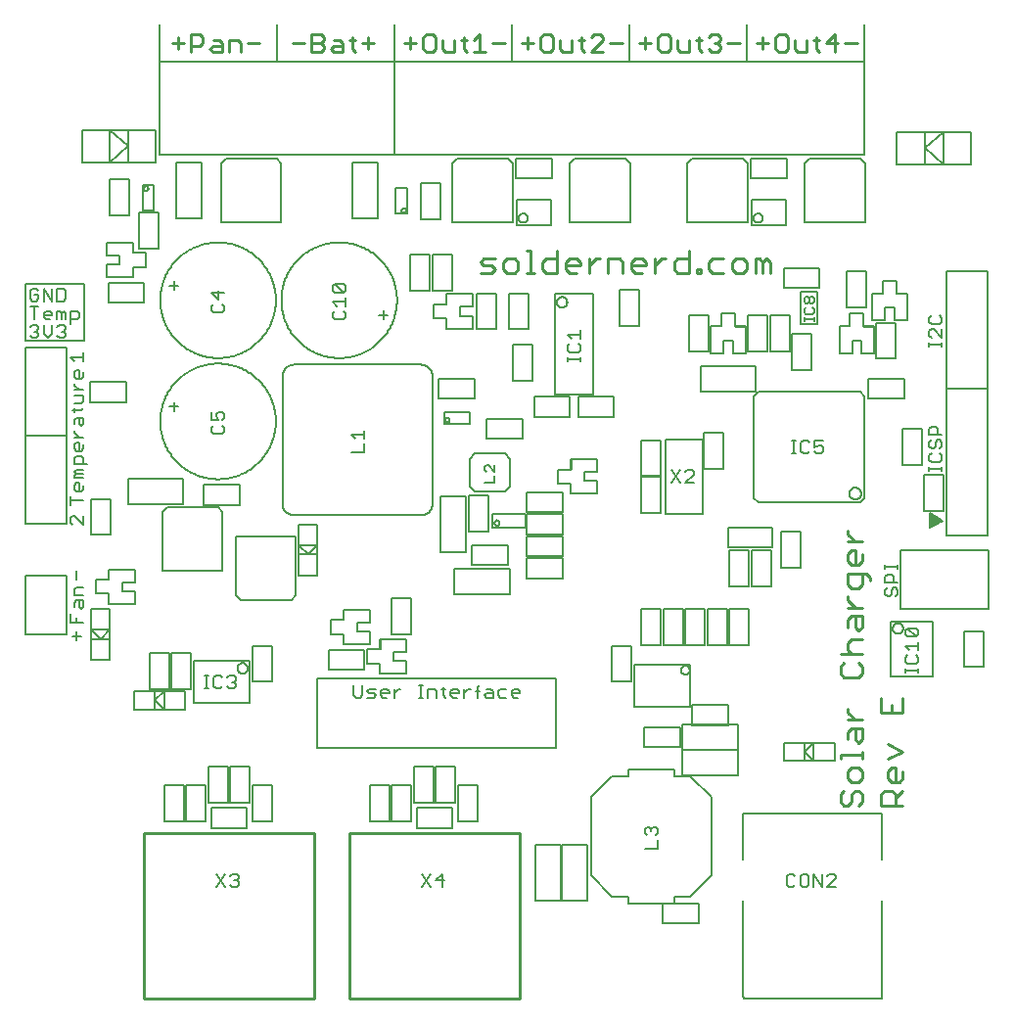
<source format=gto>
G75*
%MOIN*%
%OFA0B0*%
%FSLAX25Y25*%
%IPPOS*%
%LPD*%
%AMOC8*
5,1,8,0,0,1.08239X$1,22.5*
%
%ADD10C,0.00700*%
%ADD11C,0.00591*%
%ADD12C,0.01100*%
%ADD13C,0.00900*%
%ADD14C,0.00600*%
%ADD15C,0.00500*%
%ADD16C,0.01000*%
D10*
X0132774Y0042722D02*
X0135643Y0047026D01*
X0137378Y0046308D02*
X0138095Y0047026D01*
X0139529Y0047026D01*
X0140247Y0046308D01*
X0140247Y0045591D01*
X0139529Y0044874D01*
X0140247Y0044157D01*
X0140247Y0043439D01*
X0139529Y0042722D01*
X0138095Y0042722D01*
X0137378Y0043439D01*
X0135643Y0042722D02*
X0132774Y0047026D01*
X0138812Y0044874D02*
X0139529Y0044874D01*
X0202774Y0042722D02*
X0205643Y0047026D01*
X0207378Y0044874D02*
X0210247Y0044874D01*
X0209529Y0047026D02*
X0207378Y0044874D01*
X0205643Y0042722D02*
X0202774Y0047026D01*
X0209529Y0047026D02*
X0209529Y0042722D01*
X0278624Y0055618D02*
X0282928Y0055618D01*
X0282928Y0058487D01*
X0282210Y0060222D02*
X0282928Y0060939D01*
X0282928Y0062374D01*
X0282210Y0063091D01*
X0281493Y0063091D01*
X0280776Y0062374D01*
X0280776Y0061657D01*
X0280776Y0062374D02*
X0280058Y0063091D01*
X0279341Y0063091D01*
X0278624Y0062374D01*
X0278624Y0060939D01*
X0279341Y0060222D01*
X0326920Y0046308D02*
X0326920Y0043439D01*
X0327637Y0042722D01*
X0329072Y0042722D01*
X0329789Y0043439D01*
X0331524Y0043439D02*
X0331524Y0046308D01*
X0332241Y0047026D01*
X0333675Y0047026D01*
X0334393Y0046308D01*
X0334393Y0043439D01*
X0333675Y0042722D01*
X0332241Y0042722D01*
X0331524Y0043439D01*
X0329789Y0046308D02*
X0329072Y0047026D01*
X0327637Y0047026D01*
X0326920Y0046308D01*
X0336128Y0047026D02*
X0338997Y0042722D01*
X0338997Y0047026D01*
X0340731Y0046308D02*
X0341449Y0047026D01*
X0342883Y0047026D01*
X0343601Y0046308D01*
X0343601Y0045591D01*
X0340731Y0042722D01*
X0343601Y0042722D01*
X0336128Y0042722D02*
X0336128Y0047026D01*
X0367374Y0115532D02*
X0367374Y0116966D01*
X0367374Y0116249D02*
X0371678Y0116249D01*
X0371678Y0115532D02*
X0371678Y0116966D01*
X0370960Y0118601D02*
X0371678Y0119318D01*
X0371678Y0120753D01*
X0370960Y0121470D01*
X0371678Y0123205D02*
X0371678Y0126074D01*
X0371678Y0124639D02*
X0367374Y0124639D01*
X0368808Y0123205D01*
X0368091Y0121470D02*
X0367374Y0120753D01*
X0367374Y0119318D01*
X0368091Y0118601D01*
X0370960Y0118601D01*
X0370960Y0127809D02*
X0368091Y0130678D01*
X0370960Y0130678D01*
X0371678Y0129960D01*
X0371678Y0128526D01*
X0370960Y0127809D01*
X0368091Y0127809D01*
X0367374Y0128526D01*
X0367374Y0129960D01*
X0368091Y0130678D01*
X0364085Y0141583D02*
X0364803Y0142301D01*
X0364803Y0143735D01*
X0364085Y0144453D01*
X0363368Y0144453D01*
X0362651Y0143735D01*
X0362651Y0142301D01*
X0361933Y0141583D01*
X0361216Y0141583D01*
X0360499Y0142301D01*
X0360499Y0143735D01*
X0361216Y0144453D01*
X0360499Y0146187D02*
X0360499Y0148339D01*
X0361216Y0149056D01*
X0362651Y0149056D01*
X0363368Y0148339D01*
X0363368Y0146187D01*
X0364803Y0146187D02*
X0360499Y0146187D01*
X0360499Y0150791D02*
X0360499Y0152226D01*
X0360499Y0151509D02*
X0364803Y0151509D01*
X0364803Y0152226D02*
X0364803Y0150791D01*
X0375499Y0184282D02*
X0375499Y0185716D01*
X0375499Y0184999D02*
X0379803Y0184999D01*
X0379803Y0184282D02*
X0379803Y0185716D01*
X0379085Y0187351D02*
X0376216Y0187351D01*
X0375499Y0188068D01*
X0375499Y0189503D01*
X0376216Y0190220D01*
X0376216Y0191955D02*
X0376933Y0191955D01*
X0377651Y0192672D01*
X0377651Y0194107D01*
X0378368Y0194824D01*
X0379085Y0194824D01*
X0379803Y0194107D01*
X0379803Y0192672D01*
X0379085Y0191955D01*
X0379085Y0190220D02*
X0379803Y0189503D01*
X0379803Y0188068D01*
X0379085Y0187351D01*
X0376216Y0191955D02*
X0375499Y0192672D01*
X0375499Y0194107D01*
X0376216Y0194824D01*
X0375499Y0196559D02*
X0375499Y0198710D01*
X0376216Y0199428D01*
X0377651Y0199428D01*
X0378368Y0198710D01*
X0378368Y0196559D01*
X0379803Y0196559D02*
X0375499Y0196559D01*
X0375499Y0226583D02*
X0375499Y0228018D01*
X0375499Y0227301D02*
X0379803Y0227301D01*
X0379803Y0228018D02*
X0379803Y0226583D01*
X0379803Y0229653D02*
X0376933Y0232522D01*
X0376216Y0232522D01*
X0375499Y0231805D01*
X0375499Y0230370D01*
X0376216Y0229653D01*
X0379803Y0229653D02*
X0379803Y0232522D01*
X0379085Y0234257D02*
X0376216Y0234257D01*
X0375499Y0234974D01*
X0375499Y0236409D01*
X0376216Y0237126D01*
X0379085Y0237126D02*
X0379803Y0236409D01*
X0379803Y0234974D01*
X0379085Y0234257D01*
X0339281Y0194526D02*
X0336412Y0194526D01*
X0336412Y0192374D01*
X0337847Y0193091D01*
X0338564Y0193091D01*
X0339281Y0192374D01*
X0339281Y0190939D01*
X0338564Y0190222D01*
X0337129Y0190222D01*
X0336412Y0190939D01*
X0334677Y0190939D02*
X0333960Y0190222D01*
X0332526Y0190222D01*
X0331808Y0190939D01*
X0331808Y0193808D01*
X0332526Y0194526D01*
X0333960Y0194526D01*
X0334677Y0193808D01*
X0330174Y0194526D02*
X0328739Y0194526D01*
X0329456Y0194526D02*
X0329456Y0190222D01*
X0328739Y0190222D02*
X0330174Y0190222D01*
X0295247Y0183808D02*
X0295247Y0183091D01*
X0292378Y0180222D01*
X0295247Y0180222D01*
X0295247Y0183808D02*
X0294529Y0184526D01*
X0293095Y0184526D01*
X0292378Y0183808D01*
X0290643Y0184526D02*
X0287774Y0180222D01*
X0290643Y0180222D02*
X0287774Y0184526D01*
X0222339Y0111401D02*
X0221622Y0110683D01*
X0221622Y0107097D01*
X0220905Y0109249D02*
X0222339Y0109249D01*
X0223974Y0107814D02*
X0224691Y0108532D01*
X0226843Y0108532D01*
X0226843Y0109249D02*
X0226843Y0107097D01*
X0224691Y0107097D01*
X0223974Y0107814D01*
X0224691Y0109966D02*
X0226126Y0109966D01*
X0226843Y0109249D01*
X0228578Y0109249D02*
X0228578Y0107814D01*
X0229295Y0107097D01*
X0231447Y0107097D01*
X0233182Y0107814D02*
X0233182Y0109249D01*
X0233899Y0109966D01*
X0235334Y0109966D01*
X0236051Y0109249D01*
X0236051Y0108532D01*
X0233182Y0108532D01*
X0233182Y0107814D02*
X0233899Y0107097D01*
X0235334Y0107097D01*
X0231447Y0109966D02*
X0229295Y0109966D01*
X0228578Y0109249D01*
X0219220Y0109966D02*
X0218503Y0109966D01*
X0217068Y0108532D01*
X0217068Y0109966D02*
X0217068Y0107097D01*
X0215333Y0108532D02*
X0212464Y0108532D01*
X0212464Y0109249D02*
X0213181Y0109966D01*
X0214616Y0109966D01*
X0215333Y0109249D01*
X0215333Y0108532D01*
X0214616Y0107097D02*
X0213181Y0107097D01*
X0212464Y0107814D01*
X0212464Y0109249D01*
X0210829Y0109966D02*
X0209395Y0109966D01*
X0210112Y0110683D02*
X0210112Y0107814D01*
X0210829Y0107097D01*
X0207660Y0107097D02*
X0207660Y0109249D01*
X0206943Y0109966D01*
X0204791Y0109966D01*
X0204791Y0107097D01*
X0203156Y0107097D02*
X0201722Y0107097D01*
X0202439Y0107097D02*
X0202439Y0111401D01*
X0201722Y0111401D02*
X0203156Y0111401D01*
X0195433Y0109966D02*
X0194716Y0109966D01*
X0193281Y0108532D01*
X0193281Y0109966D02*
X0193281Y0107097D01*
X0191546Y0108532D02*
X0188677Y0108532D01*
X0188677Y0109249D02*
X0189394Y0109966D01*
X0190829Y0109966D01*
X0191546Y0109249D01*
X0191546Y0108532D01*
X0190829Y0107097D02*
X0189394Y0107097D01*
X0188677Y0107814D01*
X0188677Y0109249D01*
X0186942Y0109966D02*
X0184791Y0109966D01*
X0184073Y0109249D01*
X0184791Y0108532D01*
X0186225Y0108532D01*
X0186942Y0107814D01*
X0186225Y0107097D01*
X0184073Y0107097D01*
X0182338Y0107814D02*
X0182338Y0111401D01*
X0179469Y0111401D02*
X0179469Y0107814D01*
X0180187Y0107097D01*
X0181621Y0107097D01*
X0182338Y0107814D01*
X0139281Y0110939D02*
X0138564Y0110222D01*
X0137129Y0110222D01*
X0136412Y0110939D01*
X0134677Y0110939D02*
X0133960Y0110222D01*
X0132526Y0110222D01*
X0131808Y0110939D01*
X0131808Y0113808D01*
X0132526Y0114526D01*
X0133960Y0114526D01*
X0134677Y0113808D01*
X0136412Y0113808D02*
X0137129Y0114526D01*
X0138564Y0114526D01*
X0139281Y0113808D01*
X0139281Y0113091D01*
X0138564Y0112374D01*
X0139281Y0111657D01*
X0139281Y0110939D01*
X0138564Y0112374D02*
X0137847Y0112374D01*
X0130174Y0114526D02*
X0128739Y0114526D01*
X0129456Y0114526D02*
X0129456Y0110222D01*
X0128739Y0110222D02*
X0130174Y0110222D01*
X0087303Y0132691D02*
X0082999Y0132691D01*
X0082999Y0135560D01*
X0085151Y0134126D02*
X0085151Y0132691D01*
X0085151Y0129539D02*
X0085151Y0126670D01*
X0086585Y0128105D02*
X0083716Y0128105D01*
X0086585Y0137295D02*
X0085868Y0138012D01*
X0085868Y0140164D01*
X0085151Y0140164D02*
X0087303Y0140164D01*
X0087303Y0138012D01*
X0086585Y0137295D01*
X0084433Y0138012D02*
X0084433Y0139447D01*
X0085151Y0140164D01*
X0084433Y0141899D02*
X0084433Y0144051D01*
X0085151Y0144768D01*
X0087303Y0144768D01*
X0087303Y0141899D02*
X0084433Y0141899D01*
X0085151Y0147295D02*
X0085151Y0150164D01*
X0083716Y0166045D02*
X0082999Y0166762D01*
X0082999Y0168197D01*
X0083716Y0168914D01*
X0084433Y0168914D01*
X0087303Y0166045D01*
X0087303Y0168914D01*
X0087303Y0174120D02*
X0082999Y0174120D01*
X0082999Y0175554D02*
X0082999Y0172685D01*
X0085151Y0177289D02*
X0084433Y0178006D01*
X0084433Y0179441D01*
X0085151Y0180158D01*
X0085868Y0180158D01*
X0085868Y0177289D01*
X0086585Y0177289D02*
X0085151Y0177289D01*
X0086585Y0177289D02*
X0087303Y0178006D01*
X0087303Y0179441D01*
X0087303Y0181893D02*
X0084433Y0181893D01*
X0084433Y0182610D01*
X0085151Y0183327D01*
X0084433Y0184045D01*
X0085151Y0184762D01*
X0087303Y0184762D01*
X0087303Y0183327D02*
X0085151Y0183327D01*
X0084433Y0186497D02*
X0084433Y0188649D01*
X0085151Y0189366D01*
X0086585Y0189366D01*
X0087303Y0188649D01*
X0087303Y0186497D01*
X0088737Y0186497D02*
X0084433Y0186497D01*
X0085151Y0191101D02*
X0084433Y0191818D01*
X0084433Y0193253D01*
X0085151Y0193970D01*
X0085868Y0193970D01*
X0085868Y0191101D01*
X0086585Y0191101D02*
X0085151Y0191101D01*
X0086585Y0191101D02*
X0087303Y0191818D01*
X0087303Y0193253D01*
X0087303Y0195705D02*
X0084433Y0195705D01*
X0084433Y0197139D02*
X0084433Y0197857D01*
X0084433Y0197139D02*
X0085868Y0195705D01*
X0086585Y0199541D02*
X0085868Y0200259D01*
X0085868Y0202410D01*
X0085151Y0202410D02*
X0087303Y0202410D01*
X0087303Y0200259D01*
X0086585Y0199541D01*
X0084433Y0200259D02*
X0084433Y0201693D01*
X0085151Y0202410D01*
X0084433Y0204145D02*
X0084433Y0205580D01*
X0083716Y0204862D02*
X0086585Y0204862D01*
X0087303Y0205580D01*
X0086585Y0207214D02*
X0087303Y0207932D01*
X0087303Y0210084D01*
X0084433Y0210084D01*
X0084433Y0211818D02*
X0087303Y0211818D01*
X0085868Y0211818D02*
X0084433Y0213253D01*
X0084433Y0213970D01*
X0085151Y0215655D02*
X0084433Y0216372D01*
X0084433Y0217807D01*
X0085151Y0218524D01*
X0085868Y0218524D01*
X0085868Y0215655D01*
X0086585Y0215655D02*
X0085151Y0215655D01*
X0086585Y0215655D02*
X0087303Y0216372D01*
X0087303Y0217807D01*
X0087303Y0221670D02*
X0087303Y0224539D01*
X0087303Y0223105D02*
X0082999Y0223105D01*
X0084433Y0221670D01*
X0080612Y0229597D02*
X0079178Y0229597D01*
X0078460Y0230314D01*
X0076726Y0231032D02*
X0076726Y0233901D01*
X0078460Y0233183D02*
X0079178Y0233901D01*
X0080612Y0233901D01*
X0081330Y0233183D01*
X0081330Y0232466D01*
X0080612Y0231749D01*
X0081330Y0231032D01*
X0081330Y0230314D01*
X0080612Y0229597D01*
X0080612Y0231749D02*
X0079895Y0231749D01*
X0076726Y0231032D02*
X0075291Y0229597D01*
X0073856Y0231032D01*
X0073856Y0233901D01*
X0072122Y0233183D02*
X0072122Y0232466D01*
X0071404Y0231749D01*
X0072122Y0231032D01*
X0072122Y0230314D01*
X0071404Y0229597D01*
X0069970Y0229597D01*
X0069253Y0230314D01*
X0070687Y0231749D02*
X0071404Y0231749D01*
X0072122Y0233183D02*
X0071404Y0233901D01*
X0069970Y0233901D01*
X0069253Y0233183D01*
X0070687Y0235847D02*
X0070687Y0240151D01*
X0069253Y0240151D02*
X0072122Y0240151D01*
X0071404Y0242097D02*
X0072122Y0242814D01*
X0072122Y0244249D01*
X0070687Y0244249D01*
X0069253Y0245683D02*
X0069253Y0242814D01*
X0069970Y0242097D01*
X0071404Y0242097D01*
X0073856Y0242097D02*
X0073856Y0246401D01*
X0076726Y0242097D01*
X0076726Y0246401D01*
X0078460Y0246401D02*
X0078460Y0242097D01*
X0080612Y0242097D01*
X0081330Y0242814D01*
X0081330Y0245683D01*
X0080612Y0246401D01*
X0078460Y0246401D01*
X0072122Y0245683D02*
X0071404Y0246401D01*
X0069970Y0246401D01*
X0069253Y0245683D01*
X0074574Y0238716D02*
X0076008Y0238716D01*
X0076726Y0237999D01*
X0076726Y0237282D01*
X0073856Y0237282D01*
X0073856Y0237999D02*
X0074574Y0238716D01*
X0073856Y0237999D02*
X0073856Y0236564D01*
X0074574Y0235847D01*
X0076008Y0235847D01*
X0078460Y0235847D02*
X0078460Y0238716D01*
X0079178Y0238716D01*
X0079895Y0237999D01*
X0080612Y0238716D01*
X0081330Y0237999D01*
X0081330Y0235847D01*
X0079895Y0235847D02*
X0079895Y0237999D01*
X0083064Y0238716D02*
X0083064Y0234412D01*
X0083064Y0235847D02*
X0085216Y0235847D01*
X0085933Y0236564D01*
X0085933Y0237999D01*
X0085216Y0238716D01*
X0083064Y0238716D01*
X0084433Y0207214D02*
X0086585Y0207214D01*
X0131124Y0204341D02*
X0131124Y0201472D01*
X0133276Y0201472D01*
X0132558Y0202907D01*
X0132558Y0203624D01*
X0133276Y0204341D01*
X0134710Y0204341D01*
X0135428Y0203624D01*
X0135428Y0202189D01*
X0134710Y0201472D01*
X0134710Y0199737D02*
X0135428Y0199020D01*
X0135428Y0197585D01*
X0134710Y0196868D01*
X0131841Y0196868D01*
X0131124Y0197585D01*
X0131124Y0199020D01*
X0131841Y0199737D01*
X0172374Y0236533D02*
X0173091Y0235816D01*
X0175960Y0235816D01*
X0176678Y0236533D01*
X0176678Y0237968D01*
X0175960Y0238685D01*
X0176678Y0240420D02*
X0176678Y0243289D01*
X0176678Y0241855D02*
X0172374Y0241855D01*
X0173808Y0240420D01*
X0173091Y0238685D02*
X0172374Y0237968D01*
X0172374Y0236533D01*
X0173091Y0245024D02*
X0172374Y0245741D01*
X0172374Y0247176D01*
X0173091Y0247893D01*
X0175960Y0245024D01*
X0176678Y0245741D01*
X0176678Y0247176D01*
X0175960Y0247893D01*
X0173091Y0247893D01*
X0173091Y0245024D02*
X0175960Y0245024D01*
X0135428Y0244874D02*
X0131124Y0244874D01*
X0133276Y0242722D01*
X0133276Y0245591D01*
X0134710Y0240987D02*
X0135428Y0240270D01*
X0135428Y0238835D01*
X0134710Y0238118D01*
X0131841Y0238118D01*
X0131124Y0238835D01*
X0131124Y0240270D01*
X0131841Y0240987D01*
X0178624Y0196657D02*
X0182928Y0196657D01*
X0182928Y0198091D02*
X0182928Y0195222D01*
X0182928Y0193487D02*
X0182928Y0190618D01*
X0178624Y0190618D01*
X0180058Y0195222D02*
X0178624Y0196657D01*
D11*
X0155187Y0216526D02*
X0155189Y0216650D01*
X0155195Y0216773D01*
X0155204Y0216897D01*
X0155218Y0217019D01*
X0155235Y0217142D01*
X0155257Y0217264D01*
X0155282Y0217385D01*
X0155311Y0217505D01*
X0155343Y0217624D01*
X0155380Y0217743D01*
X0155420Y0217860D01*
X0155463Y0217975D01*
X0155511Y0218090D01*
X0155562Y0218202D01*
X0155616Y0218313D01*
X0155674Y0218423D01*
X0155735Y0218530D01*
X0155800Y0218636D01*
X0155868Y0218739D01*
X0155939Y0218840D01*
X0156013Y0218939D01*
X0156090Y0219036D01*
X0156171Y0219130D01*
X0156254Y0219221D01*
X0156340Y0219310D01*
X0156429Y0219396D01*
X0156520Y0219479D01*
X0156614Y0219560D01*
X0156711Y0219637D01*
X0156810Y0219711D01*
X0156911Y0219782D01*
X0157014Y0219850D01*
X0157120Y0219915D01*
X0157227Y0219976D01*
X0157337Y0220034D01*
X0157448Y0220088D01*
X0157560Y0220139D01*
X0157675Y0220187D01*
X0157790Y0220230D01*
X0157907Y0220270D01*
X0158026Y0220307D01*
X0158145Y0220339D01*
X0158265Y0220368D01*
X0158386Y0220393D01*
X0158508Y0220415D01*
X0158631Y0220432D01*
X0158753Y0220446D01*
X0158877Y0220455D01*
X0159000Y0220461D01*
X0159124Y0220463D01*
X0202431Y0220463D01*
X0202555Y0220461D01*
X0202678Y0220455D01*
X0202802Y0220446D01*
X0202924Y0220432D01*
X0203047Y0220415D01*
X0203169Y0220393D01*
X0203290Y0220368D01*
X0203410Y0220339D01*
X0203529Y0220307D01*
X0203648Y0220270D01*
X0203765Y0220230D01*
X0203880Y0220187D01*
X0203995Y0220139D01*
X0204107Y0220088D01*
X0204218Y0220034D01*
X0204328Y0219976D01*
X0204435Y0219915D01*
X0204541Y0219850D01*
X0204644Y0219782D01*
X0204745Y0219711D01*
X0204844Y0219637D01*
X0204941Y0219560D01*
X0205035Y0219479D01*
X0205126Y0219396D01*
X0205215Y0219310D01*
X0205301Y0219221D01*
X0205384Y0219130D01*
X0205465Y0219036D01*
X0205542Y0218939D01*
X0205616Y0218840D01*
X0205687Y0218739D01*
X0205755Y0218636D01*
X0205820Y0218530D01*
X0205881Y0218423D01*
X0205939Y0218313D01*
X0205993Y0218202D01*
X0206044Y0218090D01*
X0206092Y0217975D01*
X0206135Y0217860D01*
X0206175Y0217743D01*
X0206212Y0217624D01*
X0206244Y0217505D01*
X0206273Y0217385D01*
X0206298Y0217264D01*
X0206320Y0217142D01*
X0206337Y0217019D01*
X0206351Y0216897D01*
X0206360Y0216773D01*
X0206366Y0216650D01*
X0206368Y0216526D01*
X0206368Y0173219D01*
X0208947Y0175571D02*
X0217608Y0175571D01*
X0217608Y0156673D01*
X0208947Y0156673D01*
X0208947Y0175571D01*
X0206368Y0173219D02*
X0206366Y0173095D01*
X0206360Y0172972D01*
X0206351Y0172848D01*
X0206337Y0172726D01*
X0206320Y0172603D01*
X0206298Y0172481D01*
X0206273Y0172360D01*
X0206244Y0172240D01*
X0206212Y0172121D01*
X0206175Y0172002D01*
X0206135Y0171885D01*
X0206092Y0171770D01*
X0206044Y0171655D01*
X0205993Y0171543D01*
X0205939Y0171432D01*
X0205881Y0171322D01*
X0205820Y0171215D01*
X0205755Y0171109D01*
X0205687Y0171006D01*
X0205616Y0170905D01*
X0205542Y0170806D01*
X0205465Y0170709D01*
X0205384Y0170615D01*
X0205301Y0170524D01*
X0205215Y0170435D01*
X0205126Y0170349D01*
X0205035Y0170266D01*
X0204941Y0170185D01*
X0204844Y0170108D01*
X0204745Y0170034D01*
X0204644Y0169963D01*
X0204541Y0169895D01*
X0204435Y0169830D01*
X0204328Y0169769D01*
X0204218Y0169711D01*
X0204107Y0169657D01*
X0203995Y0169606D01*
X0203880Y0169558D01*
X0203765Y0169515D01*
X0203648Y0169475D01*
X0203529Y0169438D01*
X0203410Y0169406D01*
X0203290Y0169377D01*
X0203169Y0169352D01*
X0203047Y0169330D01*
X0202924Y0169313D01*
X0202802Y0169299D01*
X0202678Y0169290D01*
X0202555Y0169284D01*
X0202431Y0169282D01*
X0202431Y0169281D02*
X0159124Y0169281D01*
X0160753Y0166033D02*
X0167052Y0166033D01*
X0167052Y0158947D01*
X0160753Y0158947D01*
X0163903Y0155797D01*
X0167052Y0158947D01*
X0167052Y0155797D01*
X0163903Y0155797D01*
X0160753Y0155797D01*
X0160753Y0158947D01*
X0160753Y0166033D01*
X0159764Y0161959D02*
X0159764Y0141880D01*
X0158189Y0140305D01*
X0140866Y0140305D01*
X0139291Y0141880D01*
X0139291Y0161959D01*
X0159764Y0161959D01*
X0160753Y0155797D02*
X0160753Y0148711D01*
X0167052Y0148711D01*
X0167052Y0155797D01*
X0159124Y0169282D02*
X0159000Y0169284D01*
X0158877Y0169290D01*
X0158753Y0169299D01*
X0158631Y0169313D01*
X0158508Y0169330D01*
X0158386Y0169352D01*
X0158265Y0169377D01*
X0158145Y0169406D01*
X0158026Y0169438D01*
X0157907Y0169475D01*
X0157790Y0169515D01*
X0157675Y0169558D01*
X0157560Y0169606D01*
X0157448Y0169657D01*
X0157337Y0169711D01*
X0157227Y0169769D01*
X0157120Y0169830D01*
X0157014Y0169895D01*
X0156911Y0169963D01*
X0156810Y0170034D01*
X0156711Y0170108D01*
X0156614Y0170185D01*
X0156520Y0170266D01*
X0156429Y0170349D01*
X0156340Y0170435D01*
X0156254Y0170524D01*
X0156171Y0170615D01*
X0156090Y0170709D01*
X0156013Y0170806D01*
X0155939Y0170905D01*
X0155868Y0171006D01*
X0155800Y0171109D01*
X0155735Y0171215D01*
X0155674Y0171322D01*
X0155616Y0171432D01*
X0155562Y0171543D01*
X0155511Y0171655D01*
X0155463Y0171770D01*
X0155420Y0171885D01*
X0155380Y0172002D01*
X0155343Y0172121D01*
X0155311Y0172240D01*
X0155282Y0172360D01*
X0155257Y0172481D01*
X0155235Y0172603D01*
X0155218Y0172726D01*
X0155204Y0172848D01*
X0155195Y0172972D01*
X0155189Y0173095D01*
X0155187Y0173219D01*
X0155187Y0216526D01*
X0113593Y0201122D02*
X0113599Y0201605D01*
X0113617Y0202088D01*
X0113646Y0202570D01*
X0113688Y0203051D01*
X0113741Y0203532D01*
X0113806Y0204010D01*
X0113883Y0204487D01*
X0113971Y0204962D01*
X0114071Y0205435D01*
X0114183Y0205905D01*
X0114306Y0206372D01*
X0114441Y0206836D01*
X0114587Y0207297D01*
X0114744Y0207754D01*
X0114912Y0208207D01*
X0115091Y0208655D01*
X0115282Y0209099D01*
X0115483Y0209538D01*
X0115695Y0209973D01*
X0115917Y0210401D01*
X0116150Y0210825D01*
X0116394Y0211242D01*
X0116647Y0211653D01*
X0116911Y0212058D01*
X0117184Y0212457D01*
X0117467Y0212848D01*
X0117759Y0213233D01*
X0118061Y0213610D01*
X0118372Y0213980D01*
X0118692Y0214342D01*
X0119021Y0214696D01*
X0119359Y0215041D01*
X0119704Y0215379D01*
X0120058Y0215708D01*
X0120420Y0216028D01*
X0120790Y0216339D01*
X0121167Y0216641D01*
X0121552Y0216933D01*
X0121943Y0217216D01*
X0122342Y0217489D01*
X0122747Y0217753D01*
X0123158Y0218006D01*
X0123575Y0218250D01*
X0123999Y0218483D01*
X0124427Y0218705D01*
X0124862Y0218917D01*
X0125301Y0219118D01*
X0125745Y0219309D01*
X0126193Y0219488D01*
X0126646Y0219656D01*
X0127103Y0219813D01*
X0127564Y0219959D01*
X0128028Y0220094D01*
X0128495Y0220217D01*
X0128965Y0220329D01*
X0129438Y0220429D01*
X0129913Y0220517D01*
X0130390Y0220594D01*
X0130868Y0220659D01*
X0131349Y0220712D01*
X0131830Y0220754D01*
X0132312Y0220783D01*
X0132795Y0220801D01*
X0133278Y0220807D01*
X0133761Y0220801D01*
X0134244Y0220783D01*
X0134726Y0220754D01*
X0135207Y0220712D01*
X0135688Y0220659D01*
X0136166Y0220594D01*
X0136643Y0220517D01*
X0137118Y0220429D01*
X0137591Y0220329D01*
X0138061Y0220217D01*
X0138528Y0220094D01*
X0138992Y0219959D01*
X0139453Y0219813D01*
X0139910Y0219656D01*
X0140363Y0219488D01*
X0140811Y0219309D01*
X0141255Y0219118D01*
X0141694Y0218917D01*
X0142129Y0218705D01*
X0142557Y0218483D01*
X0142981Y0218250D01*
X0143398Y0218006D01*
X0143809Y0217753D01*
X0144214Y0217489D01*
X0144613Y0217216D01*
X0145004Y0216933D01*
X0145389Y0216641D01*
X0145766Y0216339D01*
X0146136Y0216028D01*
X0146498Y0215708D01*
X0146852Y0215379D01*
X0147197Y0215041D01*
X0147535Y0214696D01*
X0147864Y0214342D01*
X0148184Y0213980D01*
X0148495Y0213610D01*
X0148797Y0213233D01*
X0149089Y0212848D01*
X0149372Y0212457D01*
X0149645Y0212058D01*
X0149909Y0211653D01*
X0150162Y0211242D01*
X0150406Y0210825D01*
X0150639Y0210401D01*
X0150861Y0209973D01*
X0151073Y0209538D01*
X0151274Y0209099D01*
X0151465Y0208655D01*
X0151644Y0208207D01*
X0151812Y0207754D01*
X0151969Y0207297D01*
X0152115Y0206836D01*
X0152250Y0206372D01*
X0152373Y0205905D01*
X0152485Y0205435D01*
X0152585Y0204962D01*
X0152673Y0204487D01*
X0152750Y0204010D01*
X0152815Y0203532D01*
X0152868Y0203051D01*
X0152910Y0202570D01*
X0152939Y0202088D01*
X0152957Y0201605D01*
X0152963Y0201122D01*
X0152957Y0200639D01*
X0152939Y0200156D01*
X0152910Y0199674D01*
X0152868Y0199193D01*
X0152815Y0198712D01*
X0152750Y0198234D01*
X0152673Y0197757D01*
X0152585Y0197282D01*
X0152485Y0196809D01*
X0152373Y0196339D01*
X0152250Y0195872D01*
X0152115Y0195408D01*
X0151969Y0194947D01*
X0151812Y0194490D01*
X0151644Y0194037D01*
X0151465Y0193589D01*
X0151274Y0193145D01*
X0151073Y0192706D01*
X0150861Y0192271D01*
X0150639Y0191843D01*
X0150406Y0191419D01*
X0150162Y0191002D01*
X0149909Y0190591D01*
X0149645Y0190186D01*
X0149372Y0189787D01*
X0149089Y0189396D01*
X0148797Y0189011D01*
X0148495Y0188634D01*
X0148184Y0188264D01*
X0147864Y0187902D01*
X0147535Y0187548D01*
X0147197Y0187203D01*
X0146852Y0186865D01*
X0146498Y0186536D01*
X0146136Y0186216D01*
X0145766Y0185905D01*
X0145389Y0185603D01*
X0145004Y0185311D01*
X0144613Y0185028D01*
X0144214Y0184755D01*
X0143809Y0184491D01*
X0143398Y0184238D01*
X0142981Y0183994D01*
X0142557Y0183761D01*
X0142129Y0183539D01*
X0141694Y0183327D01*
X0141255Y0183126D01*
X0140811Y0182935D01*
X0140363Y0182756D01*
X0139910Y0182588D01*
X0139453Y0182431D01*
X0138992Y0182285D01*
X0138528Y0182150D01*
X0138061Y0182027D01*
X0137591Y0181915D01*
X0137118Y0181815D01*
X0136643Y0181727D01*
X0136166Y0181650D01*
X0135688Y0181585D01*
X0135207Y0181532D01*
X0134726Y0181490D01*
X0134244Y0181461D01*
X0133761Y0181443D01*
X0133278Y0181437D01*
X0132795Y0181443D01*
X0132312Y0181461D01*
X0131830Y0181490D01*
X0131349Y0181532D01*
X0130868Y0181585D01*
X0130390Y0181650D01*
X0129913Y0181727D01*
X0129438Y0181815D01*
X0128965Y0181915D01*
X0128495Y0182027D01*
X0128028Y0182150D01*
X0127564Y0182285D01*
X0127103Y0182431D01*
X0126646Y0182588D01*
X0126193Y0182756D01*
X0125745Y0182935D01*
X0125301Y0183126D01*
X0124862Y0183327D01*
X0124427Y0183539D01*
X0123999Y0183761D01*
X0123575Y0183994D01*
X0123158Y0184238D01*
X0122747Y0184491D01*
X0122342Y0184755D01*
X0121943Y0185028D01*
X0121552Y0185311D01*
X0121167Y0185603D01*
X0120790Y0185905D01*
X0120420Y0186216D01*
X0120058Y0186536D01*
X0119704Y0186865D01*
X0119359Y0187203D01*
X0119021Y0187548D01*
X0118692Y0187902D01*
X0118372Y0188264D01*
X0118061Y0188634D01*
X0117759Y0189011D01*
X0117467Y0189396D01*
X0117184Y0189787D01*
X0116911Y0190186D01*
X0116647Y0190591D01*
X0116394Y0191002D01*
X0116150Y0191419D01*
X0115917Y0191843D01*
X0115695Y0192271D01*
X0115483Y0192706D01*
X0115282Y0193145D01*
X0115091Y0193589D01*
X0114912Y0194037D01*
X0114744Y0194490D01*
X0114587Y0194947D01*
X0114441Y0195408D01*
X0114306Y0195872D01*
X0114183Y0196339D01*
X0114071Y0196809D01*
X0113971Y0197282D01*
X0113883Y0197757D01*
X0113806Y0198234D01*
X0113741Y0198712D01*
X0113688Y0199193D01*
X0113646Y0199674D01*
X0113617Y0200156D01*
X0113599Y0200639D01*
X0113593Y0201122D01*
X0118278Y0204622D02*
X0118278Y0207622D01*
X0119778Y0206122D02*
X0116778Y0206122D01*
X0101880Y0207776D02*
X0101880Y0214469D01*
X0089675Y0214469D01*
X0089675Y0207776D01*
X0101880Y0207776D01*
X0081528Y0196122D02*
X0081528Y0226122D01*
X0067528Y0226122D01*
X0067528Y0196122D01*
X0081528Y0196122D01*
X0081528Y0166122D01*
X0067528Y0166122D01*
X0067528Y0196122D01*
X0081528Y0196122D01*
X0102579Y0181703D02*
X0121476Y0181703D01*
X0121476Y0173041D01*
X0102579Y0173041D01*
X0102579Y0181703D01*
X0096624Y0174724D02*
X0089931Y0174724D01*
X0089931Y0162520D01*
X0096624Y0162520D01*
X0096624Y0174724D01*
X0114291Y0170364D02*
X0114291Y0150285D01*
X0134764Y0150285D01*
X0134764Y0170364D01*
X0133189Y0171939D01*
X0115866Y0171939D01*
X0114291Y0170364D01*
X0128425Y0172776D02*
X0128425Y0179469D01*
X0140630Y0179469D01*
X0140630Y0172776D01*
X0128425Y0172776D01*
X0104970Y0150778D02*
X0104970Y0146447D01*
X0100640Y0146447D01*
X0100640Y0143297D01*
X0104970Y0143297D01*
X0104970Y0138967D01*
X0095915Y0138967D01*
X0095915Y0142510D01*
X0091585Y0142510D01*
X0091585Y0147234D01*
X0095915Y0147234D01*
X0095915Y0150778D01*
X0104970Y0150778D01*
X0096427Y0137283D02*
X0090128Y0137283D01*
X0090128Y0130197D01*
X0093278Y0127047D01*
X0096427Y0130197D01*
X0090128Y0130197D01*
X0090128Y0127047D01*
X0093278Y0127047D01*
X0096427Y0127047D01*
X0096427Y0119961D01*
X0090128Y0119961D01*
X0090128Y0127047D01*
X0096427Y0127047D02*
X0096427Y0130197D01*
X0096427Y0137283D01*
X0109931Y0122224D02*
X0109931Y0110020D01*
X0116624Y0110020D01*
X0116624Y0122224D01*
X0109931Y0122224D01*
X0117431Y0122224D02*
X0117431Y0110020D01*
X0124124Y0110020D01*
X0124124Y0122224D01*
X0117431Y0122224D01*
X0125079Y0119459D02*
X0143976Y0119459D01*
X0143976Y0105285D01*
X0125079Y0105285D01*
X0125079Y0119459D01*
X0121939Y0109272D02*
X0114852Y0109272D01*
X0111703Y0106122D01*
X0114852Y0102972D01*
X0114852Y0109272D01*
X0111703Y0109272D01*
X0111703Y0106122D01*
X0111703Y0102972D01*
X0104616Y0102972D01*
X0104616Y0109272D01*
X0111703Y0109272D01*
X0111703Y0102972D02*
X0114852Y0102972D01*
X0121939Y0102972D01*
X0121939Y0109272D01*
X0139853Y0117096D02*
X0139855Y0117180D01*
X0139861Y0117263D01*
X0139871Y0117347D01*
X0139885Y0117429D01*
X0139903Y0117511D01*
X0139924Y0117592D01*
X0139950Y0117672D01*
X0139979Y0117750D01*
X0140012Y0117828D01*
X0140049Y0117903D01*
X0140089Y0117976D01*
X0140133Y0118048D01*
X0140180Y0118117D01*
X0140230Y0118185D01*
X0140283Y0118249D01*
X0140340Y0118311D01*
X0140399Y0118370D01*
X0140461Y0118427D01*
X0140525Y0118480D01*
X0140593Y0118530D01*
X0140662Y0118577D01*
X0140733Y0118621D01*
X0140807Y0118661D01*
X0140882Y0118698D01*
X0140960Y0118731D01*
X0141038Y0118760D01*
X0141118Y0118786D01*
X0141199Y0118807D01*
X0141281Y0118825D01*
X0141363Y0118839D01*
X0141447Y0118849D01*
X0141530Y0118855D01*
X0141614Y0118857D01*
X0141698Y0118855D01*
X0141781Y0118849D01*
X0141865Y0118839D01*
X0141947Y0118825D01*
X0142029Y0118807D01*
X0142110Y0118786D01*
X0142190Y0118760D01*
X0142268Y0118731D01*
X0142346Y0118698D01*
X0142421Y0118661D01*
X0142494Y0118621D01*
X0142566Y0118577D01*
X0142635Y0118530D01*
X0142703Y0118480D01*
X0142767Y0118427D01*
X0142829Y0118370D01*
X0142888Y0118311D01*
X0142945Y0118249D01*
X0142998Y0118185D01*
X0143048Y0118117D01*
X0143095Y0118048D01*
X0143139Y0117977D01*
X0143179Y0117903D01*
X0143216Y0117828D01*
X0143249Y0117750D01*
X0143278Y0117672D01*
X0143304Y0117592D01*
X0143325Y0117511D01*
X0143343Y0117429D01*
X0143357Y0117347D01*
X0143367Y0117263D01*
X0143373Y0117180D01*
X0143375Y0117096D01*
X0143373Y0117012D01*
X0143367Y0116929D01*
X0143357Y0116845D01*
X0143343Y0116763D01*
X0143325Y0116681D01*
X0143304Y0116600D01*
X0143278Y0116520D01*
X0143249Y0116442D01*
X0143216Y0116364D01*
X0143179Y0116289D01*
X0143139Y0116216D01*
X0143095Y0116144D01*
X0143048Y0116075D01*
X0142998Y0116007D01*
X0142945Y0115943D01*
X0142888Y0115881D01*
X0142829Y0115822D01*
X0142767Y0115765D01*
X0142703Y0115712D01*
X0142635Y0115662D01*
X0142566Y0115615D01*
X0142495Y0115571D01*
X0142421Y0115531D01*
X0142346Y0115494D01*
X0142268Y0115461D01*
X0142190Y0115432D01*
X0142110Y0115406D01*
X0142029Y0115385D01*
X0141947Y0115367D01*
X0141865Y0115353D01*
X0141781Y0115343D01*
X0141698Y0115337D01*
X0141614Y0115335D01*
X0141530Y0115337D01*
X0141447Y0115343D01*
X0141363Y0115353D01*
X0141281Y0115367D01*
X0141199Y0115385D01*
X0141118Y0115406D01*
X0141038Y0115432D01*
X0140960Y0115461D01*
X0140882Y0115494D01*
X0140807Y0115531D01*
X0140734Y0115571D01*
X0140662Y0115615D01*
X0140593Y0115662D01*
X0140525Y0115712D01*
X0140461Y0115765D01*
X0140399Y0115822D01*
X0140340Y0115881D01*
X0140283Y0115943D01*
X0140230Y0116007D01*
X0140180Y0116075D01*
X0140133Y0116144D01*
X0140089Y0116215D01*
X0140049Y0116289D01*
X0140012Y0116364D01*
X0139979Y0116442D01*
X0139950Y0116520D01*
X0139924Y0116600D01*
X0139903Y0116681D01*
X0139885Y0116763D01*
X0139871Y0116845D01*
X0139861Y0116929D01*
X0139855Y0117012D01*
X0139853Y0117096D01*
X0144931Y0112520D02*
X0151624Y0112520D01*
X0151624Y0124724D01*
X0144931Y0124724D01*
X0144931Y0112520D01*
X0167028Y0113622D02*
X0167028Y0089872D01*
X0248278Y0089872D01*
X0248278Y0113622D01*
X0167028Y0113622D01*
X0170925Y0116526D02*
X0170925Y0123219D01*
X0183130Y0123219D01*
X0183130Y0116526D01*
X0170925Y0116526D01*
X0175915Y0125217D02*
X0175915Y0128760D01*
X0171585Y0128760D01*
X0171585Y0133484D01*
X0175915Y0133484D01*
X0175915Y0137028D01*
X0184970Y0137028D01*
X0184970Y0132697D01*
X0180640Y0132697D01*
X0180640Y0129547D01*
X0184970Y0129547D01*
X0184970Y0125217D01*
X0175915Y0125217D01*
X0184085Y0123484D02*
X0184085Y0118760D01*
X0188415Y0118760D01*
X0188415Y0115217D01*
X0197470Y0115217D01*
X0197470Y0119547D01*
X0193140Y0119547D01*
X0193140Y0122697D01*
X0197470Y0122697D01*
X0197470Y0127028D01*
X0188415Y0127028D01*
X0188415Y0123484D01*
X0184085Y0123484D01*
X0192431Y0128770D02*
X0199124Y0128770D01*
X0199124Y0140974D01*
X0192431Y0140974D01*
X0192431Y0128770D01*
X0213829Y0142416D02*
X0213829Y0151078D01*
X0232726Y0151078D01*
X0232726Y0142416D01*
X0213829Y0142416D01*
X0219675Y0152151D02*
X0219675Y0158844D01*
X0231880Y0158844D01*
X0231880Y0152151D01*
X0219675Y0152151D01*
X0218681Y0163770D02*
X0225374Y0163770D01*
X0225374Y0175974D01*
X0218681Y0175974D01*
X0218681Y0163770D01*
X0226516Y0165010D02*
X0226516Y0169734D01*
X0237933Y0169734D01*
X0237933Y0165010D01*
X0226516Y0165010D01*
X0227407Y0166585D02*
X0227409Y0166644D01*
X0227415Y0166702D01*
X0227425Y0166760D01*
X0227438Y0166817D01*
X0227456Y0166874D01*
X0227477Y0166929D01*
X0227502Y0166982D01*
X0227530Y0167033D01*
X0227561Y0167083D01*
X0227596Y0167130D01*
X0227634Y0167175D01*
X0227675Y0167218D01*
X0227719Y0167257D01*
X0227765Y0167293D01*
X0227813Y0167327D01*
X0227864Y0167357D01*
X0227917Y0167383D01*
X0227971Y0167406D01*
X0228026Y0167425D01*
X0228083Y0167441D01*
X0228141Y0167453D01*
X0228199Y0167461D01*
X0228258Y0167465D01*
X0228316Y0167465D01*
X0228375Y0167461D01*
X0228433Y0167453D01*
X0228491Y0167441D01*
X0228548Y0167425D01*
X0228603Y0167406D01*
X0228657Y0167383D01*
X0228710Y0167357D01*
X0228761Y0167327D01*
X0228809Y0167293D01*
X0228855Y0167257D01*
X0228899Y0167218D01*
X0228940Y0167175D01*
X0228978Y0167130D01*
X0229013Y0167083D01*
X0229044Y0167033D01*
X0229072Y0166982D01*
X0229097Y0166929D01*
X0229118Y0166874D01*
X0229136Y0166817D01*
X0229149Y0166760D01*
X0229159Y0166702D01*
X0229165Y0166644D01*
X0229167Y0166585D01*
X0229165Y0166526D01*
X0229159Y0166468D01*
X0229149Y0166410D01*
X0229136Y0166353D01*
X0229118Y0166296D01*
X0229097Y0166241D01*
X0229072Y0166188D01*
X0229044Y0166137D01*
X0229013Y0166087D01*
X0228978Y0166040D01*
X0228940Y0165995D01*
X0228899Y0165952D01*
X0228855Y0165913D01*
X0228809Y0165877D01*
X0228761Y0165843D01*
X0228710Y0165813D01*
X0228657Y0165787D01*
X0228603Y0165764D01*
X0228548Y0165745D01*
X0228491Y0165729D01*
X0228433Y0165717D01*
X0228375Y0165709D01*
X0228316Y0165705D01*
X0228258Y0165705D01*
X0228199Y0165709D01*
X0228141Y0165717D01*
X0228083Y0165729D01*
X0228026Y0165745D01*
X0227971Y0165764D01*
X0227917Y0165787D01*
X0227864Y0165813D01*
X0227813Y0165843D01*
X0227765Y0165877D01*
X0227719Y0165913D01*
X0227675Y0165952D01*
X0227634Y0165995D01*
X0227596Y0166040D01*
X0227561Y0166087D01*
X0227530Y0166137D01*
X0227502Y0166188D01*
X0227477Y0166241D01*
X0227456Y0166296D01*
X0227438Y0166353D01*
X0227425Y0166410D01*
X0227415Y0166468D01*
X0227409Y0166526D01*
X0227407Y0166585D01*
X0238425Y0169469D02*
X0238425Y0162776D01*
X0250630Y0162776D01*
X0250630Y0169469D01*
X0238425Y0169469D01*
X0238425Y0170276D02*
X0238425Y0176969D01*
X0250630Y0176969D01*
X0250630Y0170276D01*
X0238425Y0170276D01*
X0238425Y0161969D02*
X0238425Y0155276D01*
X0250630Y0155276D01*
X0250630Y0161969D01*
X0238425Y0161969D01*
X0238425Y0154469D02*
X0238425Y0147776D01*
X0250630Y0147776D01*
X0250630Y0154469D01*
X0238425Y0154469D01*
X0230896Y0177126D02*
X0220659Y0177126D01*
X0218888Y0178898D01*
X0218888Y0188346D01*
X0220659Y0190118D01*
X0230896Y0190118D01*
X0232667Y0188346D01*
X0232667Y0178898D01*
X0230896Y0177126D01*
X0249085Y0180010D02*
X0249085Y0184734D01*
X0253415Y0184734D01*
X0253415Y0188278D01*
X0262470Y0188278D01*
X0262470Y0183947D01*
X0258140Y0183947D01*
X0258140Y0180797D01*
X0262470Y0180797D01*
X0262470Y0176467D01*
X0253415Y0176467D01*
X0253415Y0180010D01*
X0249085Y0180010D01*
X0236880Y0195276D02*
X0236880Y0201969D01*
X0224675Y0201969D01*
X0224675Y0195276D01*
X0236880Y0195276D01*
X0240925Y0202776D02*
X0253130Y0202776D01*
X0253130Y0209469D01*
X0240925Y0209469D01*
X0240925Y0202776D01*
X0248031Y0210148D02*
X0261024Y0210148D01*
X0261024Y0244596D01*
X0248031Y0244596D01*
X0248031Y0210148D01*
X0255925Y0209469D02*
X0255925Y0202776D01*
X0268130Y0202776D01*
X0268130Y0209469D01*
X0255925Y0209469D01*
X0240374Y0215020D02*
X0240374Y0227224D01*
X0233681Y0227224D01*
X0233681Y0215020D01*
X0240374Y0215020D01*
X0239124Y0232520D02*
X0232431Y0232520D01*
X0232431Y0244724D01*
X0239124Y0244724D01*
X0239124Y0232520D01*
X0227874Y0232520D02*
X0227874Y0244724D01*
X0221181Y0244724D01*
X0221181Y0232520D01*
X0227874Y0232520D01*
X0219970Y0232717D02*
X0219970Y0237047D01*
X0215640Y0237047D01*
X0215640Y0240197D01*
X0219970Y0240197D01*
X0219970Y0244528D01*
X0210915Y0244528D01*
X0210915Y0240984D01*
X0206585Y0240984D01*
X0206585Y0236260D01*
X0210915Y0236260D01*
X0210915Y0232717D01*
X0219970Y0232717D01*
X0212874Y0245645D02*
X0206181Y0245645D01*
X0206181Y0257849D01*
X0212874Y0257849D01*
X0212874Y0245645D01*
X0205374Y0245645D02*
X0205374Y0257849D01*
X0198681Y0257849D01*
X0198681Y0245645D01*
X0205374Y0245645D01*
X0191028Y0237372D02*
X0188028Y0237372D01*
X0189528Y0235872D02*
X0189528Y0238872D01*
X0154843Y0242372D02*
X0154849Y0242855D01*
X0154867Y0243338D01*
X0154896Y0243820D01*
X0154938Y0244301D01*
X0154991Y0244782D01*
X0155056Y0245260D01*
X0155133Y0245737D01*
X0155221Y0246212D01*
X0155321Y0246685D01*
X0155433Y0247155D01*
X0155556Y0247622D01*
X0155691Y0248086D01*
X0155837Y0248547D01*
X0155994Y0249004D01*
X0156162Y0249457D01*
X0156341Y0249905D01*
X0156532Y0250349D01*
X0156733Y0250788D01*
X0156945Y0251223D01*
X0157167Y0251651D01*
X0157400Y0252075D01*
X0157644Y0252492D01*
X0157897Y0252903D01*
X0158161Y0253308D01*
X0158434Y0253707D01*
X0158717Y0254098D01*
X0159009Y0254483D01*
X0159311Y0254860D01*
X0159622Y0255230D01*
X0159942Y0255592D01*
X0160271Y0255946D01*
X0160609Y0256291D01*
X0160954Y0256629D01*
X0161308Y0256958D01*
X0161670Y0257278D01*
X0162040Y0257589D01*
X0162417Y0257891D01*
X0162802Y0258183D01*
X0163193Y0258466D01*
X0163592Y0258739D01*
X0163997Y0259003D01*
X0164408Y0259256D01*
X0164825Y0259500D01*
X0165249Y0259733D01*
X0165677Y0259955D01*
X0166112Y0260167D01*
X0166551Y0260368D01*
X0166995Y0260559D01*
X0167443Y0260738D01*
X0167896Y0260906D01*
X0168353Y0261063D01*
X0168814Y0261209D01*
X0169278Y0261344D01*
X0169745Y0261467D01*
X0170215Y0261579D01*
X0170688Y0261679D01*
X0171163Y0261767D01*
X0171640Y0261844D01*
X0172118Y0261909D01*
X0172599Y0261962D01*
X0173080Y0262004D01*
X0173562Y0262033D01*
X0174045Y0262051D01*
X0174528Y0262057D01*
X0175011Y0262051D01*
X0175494Y0262033D01*
X0175976Y0262004D01*
X0176457Y0261962D01*
X0176938Y0261909D01*
X0177416Y0261844D01*
X0177893Y0261767D01*
X0178368Y0261679D01*
X0178841Y0261579D01*
X0179311Y0261467D01*
X0179778Y0261344D01*
X0180242Y0261209D01*
X0180703Y0261063D01*
X0181160Y0260906D01*
X0181613Y0260738D01*
X0182061Y0260559D01*
X0182505Y0260368D01*
X0182944Y0260167D01*
X0183379Y0259955D01*
X0183807Y0259733D01*
X0184231Y0259500D01*
X0184648Y0259256D01*
X0185059Y0259003D01*
X0185464Y0258739D01*
X0185863Y0258466D01*
X0186254Y0258183D01*
X0186639Y0257891D01*
X0187016Y0257589D01*
X0187386Y0257278D01*
X0187748Y0256958D01*
X0188102Y0256629D01*
X0188447Y0256291D01*
X0188785Y0255946D01*
X0189114Y0255592D01*
X0189434Y0255230D01*
X0189745Y0254860D01*
X0190047Y0254483D01*
X0190339Y0254098D01*
X0190622Y0253707D01*
X0190895Y0253308D01*
X0191159Y0252903D01*
X0191412Y0252492D01*
X0191656Y0252075D01*
X0191889Y0251651D01*
X0192111Y0251223D01*
X0192323Y0250788D01*
X0192524Y0250349D01*
X0192715Y0249905D01*
X0192894Y0249457D01*
X0193062Y0249004D01*
X0193219Y0248547D01*
X0193365Y0248086D01*
X0193500Y0247622D01*
X0193623Y0247155D01*
X0193735Y0246685D01*
X0193835Y0246212D01*
X0193923Y0245737D01*
X0194000Y0245260D01*
X0194065Y0244782D01*
X0194118Y0244301D01*
X0194160Y0243820D01*
X0194189Y0243338D01*
X0194207Y0242855D01*
X0194213Y0242372D01*
X0194207Y0241889D01*
X0194189Y0241406D01*
X0194160Y0240924D01*
X0194118Y0240443D01*
X0194065Y0239962D01*
X0194000Y0239484D01*
X0193923Y0239007D01*
X0193835Y0238532D01*
X0193735Y0238059D01*
X0193623Y0237589D01*
X0193500Y0237122D01*
X0193365Y0236658D01*
X0193219Y0236197D01*
X0193062Y0235740D01*
X0192894Y0235287D01*
X0192715Y0234839D01*
X0192524Y0234395D01*
X0192323Y0233956D01*
X0192111Y0233521D01*
X0191889Y0233093D01*
X0191656Y0232669D01*
X0191412Y0232252D01*
X0191159Y0231841D01*
X0190895Y0231436D01*
X0190622Y0231037D01*
X0190339Y0230646D01*
X0190047Y0230261D01*
X0189745Y0229884D01*
X0189434Y0229514D01*
X0189114Y0229152D01*
X0188785Y0228798D01*
X0188447Y0228453D01*
X0188102Y0228115D01*
X0187748Y0227786D01*
X0187386Y0227466D01*
X0187016Y0227155D01*
X0186639Y0226853D01*
X0186254Y0226561D01*
X0185863Y0226278D01*
X0185464Y0226005D01*
X0185059Y0225741D01*
X0184648Y0225488D01*
X0184231Y0225244D01*
X0183807Y0225011D01*
X0183379Y0224789D01*
X0182944Y0224577D01*
X0182505Y0224376D01*
X0182061Y0224185D01*
X0181613Y0224006D01*
X0181160Y0223838D01*
X0180703Y0223681D01*
X0180242Y0223535D01*
X0179778Y0223400D01*
X0179311Y0223277D01*
X0178841Y0223165D01*
X0178368Y0223065D01*
X0177893Y0222977D01*
X0177416Y0222900D01*
X0176938Y0222835D01*
X0176457Y0222782D01*
X0175976Y0222740D01*
X0175494Y0222711D01*
X0175011Y0222693D01*
X0174528Y0222687D01*
X0174045Y0222693D01*
X0173562Y0222711D01*
X0173080Y0222740D01*
X0172599Y0222782D01*
X0172118Y0222835D01*
X0171640Y0222900D01*
X0171163Y0222977D01*
X0170688Y0223065D01*
X0170215Y0223165D01*
X0169745Y0223277D01*
X0169278Y0223400D01*
X0168814Y0223535D01*
X0168353Y0223681D01*
X0167896Y0223838D01*
X0167443Y0224006D01*
X0166995Y0224185D01*
X0166551Y0224376D01*
X0166112Y0224577D01*
X0165677Y0224789D01*
X0165249Y0225011D01*
X0164825Y0225244D01*
X0164408Y0225488D01*
X0163997Y0225741D01*
X0163592Y0226005D01*
X0163193Y0226278D01*
X0162802Y0226561D01*
X0162417Y0226853D01*
X0162040Y0227155D01*
X0161670Y0227466D01*
X0161308Y0227786D01*
X0160954Y0228115D01*
X0160609Y0228453D01*
X0160271Y0228798D01*
X0159942Y0229152D01*
X0159622Y0229514D01*
X0159311Y0229884D01*
X0159009Y0230261D01*
X0158717Y0230646D01*
X0158434Y0231037D01*
X0158161Y0231436D01*
X0157897Y0231841D01*
X0157644Y0232252D01*
X0157400Y0232669D01*
X0157167Y0233093D01*
X0156945Y0233521D01*
X0156733Y0233956D01*
X0156532Y0234395D01*
X0156341Y0234839D01*
X0156162Y0235287D01*
X0155994Y0235740D01*
X0155837Y0236197D01*
X0155691Y0236658D01*
X0155556Y0237122D01*
X0155433Y0237589D01*
X0155321Y0238059D01*
X0155221Y0238532D01*
X0155133Y0239007D01*
X0155056Y0239484D01*
X0154991Y0239962D01*
X0154938Y0240443D01*
X0154896Y0240924D01*
X0154867Y0241406D01*
X0154849Y0241889D01*
X0154843Y0242372D01*
X0113593Y0242372D02*
X0113599Y0242855D01*
X0113617Y0243338D01*
X0113646Y0243820D01*
X0113688Y0244301D01*
X0113741Y0244782D01*
X0113806Y0245260D01*
X0113883Y0245737D01*
X0113971Y0246212D01*
X0114071Y0246685D01*
X0114183Y0247155D01*
X0114306Y0247622D01*
X0114441Y0248086D01*
X0114587Y0248547D01*
X0114744Y0249004D01*
X0114912Y0249457D01*
X0115091Y0249905D01*
X0115282Y0250349D01*
X0115483Y0250788D01*
X0115695Y0251223D01*
X0115917Y0251651D01*
X0116150Y0252075D01*
X0116394Y0252492D01*
X0116647Y0252903D01*
X0116911Y0253308D01*
X0117184Y0253707D01*
X0117467Y0254098D01*
X0117759Y0254483D01*
X0118061Y0254860D01*
X0118372Y0255230D01*
X0118692Y0255592D01*
X0119021Y0255946D01*
X0119359Y0256291D01*
X0119704Y0256629D01*
X0120058Y0256958D01*
X0120420Y0257278D01*
X0120790Y0257589D01*
X0121167Y0257891D01*
X0121552Y0258183D01*
X0121943Y0258466D01*
X0122342Y0258739D01*
X0122747Y0259003D01*
X0123158Y0259256D01*
X0123575Y0259500D01*
X0123999Y0259733D01*
X0124427Y0259955D01*
X0124862Y0260167D01*
X0125301Y0260368D01*
X0125745Y0260559D01*
X0126193Y0260738D01*
X0126646Y0260906D01*
X0127103Y0261063D01*
X0127564Y0261209D01*
X0128028Y0261344D01*
X0128495Y0261467D01*
X0128965Y0261579D01*
X0129438Y0261679D01*
X0129913Y0261767D01*
X0130390Y0261844D01*
X0130868Y0261909D01*
X0131349Y0261962D01*
X0131830Y0262004D01*
X0132312Y0262033D01*
X0132795Y0262051D01*
X0133278Y0262057D01*
X0133761Y0262051D01*
X0134244Y0262033D01*
X0134726Y0262004D01*
X0135207Y0261962D01*
X0135688Y0261909D01*
X0136166Y0261844D01*
X0136643Y0261767D01*
X0137118Y0261679D01*
X0137591Y0261579D01*
X0138061Y0261467D01*
X0138528Y0261344D01*
X0138992Y0261209D01*
X0139453Y0261063D01*
X0139910Y0260906D01*
X0140363Y0260738D01*
X0140811Y0260559D01*
X0141255Y0260368D01*
X0141694Y0260167D01*
X0142129Y0259955D01*
X0142557Y0259733D01*
X0142981Y0259500D01*
X0143398Y0259256D01*
X0143809Y0259003D01*
X0144214Y0258739D01*
X0144613Y0258466D01*
X0145004Y0258183D01*
X0145389Y0257891D01*
X0145766Y0257589D01*
X0146136Y0257278D01*
X0146498Y0256958D01*
X0146852Y0256629D01*
X0147197Y0256291D01*
X0147535Y0255946D01*
X0147864Y0255592D01*
X0148184Y0255230D01*
X0148495Y0254860D01*
X0148797Y0254483D01*
X0149089Y0254098D01*
X0149372Y0253707D01*
X0149645Y0253308D01*
X0149909Y0252903D01*
X0150162Y0252492D01*
X0150406Y0252075D01*
X0150639Y0251651D01*
X0150861Y0251223D01*
X0151073Y0250788D01*
X0151274Y0250349D01*
X0151465Y0249905D01*
X0151644Y0249457D01*
X0151812Y0249004D01*
X0151969Y0248547D01*
X0152115Y0248086D01*
X0152250Y0247622D01*
X0152373Y0247155D01*
X0152485Y0246685D01*
X0152585Y0246212D01*
X0152673Y0245737D01*
X0152750Y0245260D01*
X0152815Y0244782D01*
X0152868Y0244301D01*
X0152910Y0243820D01*
X0152939Y0243338D01*
X0152957Y0242855D01*
X0152963Y0242372D01*
X0152957Y0241889D01*
X0152939Y0241406D01*
X0152910Y0240924D01*
X0152868Y0240443D01*
X0152815Y0239962D01*
X0152750Y0239484D01*
X0152673Y0239007D01*
X0152585Y0238532D01*
X0152485Y0238059D01*
X0152373Y0237589D01*
X0152250Y0237122D01*
X0152115Y0236658D01*
X0151969Y0236197D01*
X0151812Y0235740D01*
X0151644Y0235287D01*
X0151465Y0234839D01*
X0151274Y0234395D01*
X0151073Y0233956D01*
X0150861Y0233521D01*
X0150639Y0233093D01*
X0150406Y0232669D01*
X0150162Y0232252D01*
X0149909Y0231841D01*
X0149645Y0231436D01*
X0149372Y0231037D01*
X0149089Y0230646D01*
X0148797Y0230261D01*
X0148495Y0229884D01*
X0148184Y0229514D01*
X0147864Y0229152D01*
X0147535Y0228798D01*
X0147197Y0228453D01*
X0146852Y0228115D01*
X0146498Y0227786D01*
X0146136Y0227466D01*
X0145766Y0227155D01*
X0145389Y0226853D01*
X0145004Y0226561D01*
X0144613Y0226278D01*
X0144214Y0226005D01*
X0143809Y0225741D01*
X0143398Y0225488D01*
X0142981Y0225244D01*
X0142557Y0225011D01*
X0142129Y0224789D01*
X0141694Y0224577D01*
X0141255Y0224376D01*
X0140811Y0224185D01*
X0140363Y0224006D01*
X0139910Y0223838D01*
X0139453Y0223681D01*
X0138992Y0223535D01*
X0138528Y0223400D01*
X0138061Y0223277D01*
X0137591Y0223165D01*
X0137118Y0223065D01*
X0136643Y0222977D01*
X0136166Y0222900D01*
X0135688Y0222835D01*
X0135207Y0222782D01*
X0134726Y0222740D01*
X0134244Y0222711D01*
X0133761Y0222693D01*
X0133278Y0222687D01*
X0132795Y0222693D01*
X0132312Y0222711D01*
X0131830Y0222740D01*
X0131349Y0222782D01*
X0130868Y0222835D01*
X0130390Y0222900D01*
X0129913Y0222977D01*
X0129438Y0223065D01*
X0128965Y0223165D01*
X0128495Y0223277D01*
X0128028Y0223400D01*
X0127564Y0223535D01*
X0127103Y0223681D01*
X0126646Y0223838D01*
X0126193Y0224006D01*
X0125745Y0224185D01*
X0125301Y0224376D01*
X0124862Y0224577D01*
X0124427Y0224789D01*
X0123999Y0225011D01*
X0123575Y0225244D01*
X0123158Y0225488D01*
X0122747Y0225741D01*
X0122342Y0226005D01*
X0121943Y0226278D01*
X0121552Y0226561D01*
X0121167Y0226853D01*
X0120790Y0227155D01*
X0120420Y0227466D01*
X0120058Y0227786D01*
X0119704Y0228115D01*
X0119359Y0228453D01*
X0119021Y0228798D01*
X0118692Y0229152D01*
X0118372Y0229514D01*
X0118061Y0229884D01*
X0117759Y0230261D01*
X0117467Y0230646D01*
X0117184Y0231037D01*
X0116911Y0231436D01*
X0116647Y0231841D01*
X0116394Y0232252D01*
X0116150Y0232669D01*
X0115917Y0233093D01*
X0115695Y0233521D01*
X0115483Y0233956D01*
X0115282Y0234395D01*
X0115091Y0234839D01*
X0114912Y0235287D01*
X0114744Y0235740D01*
X0114587Y0236197D01*
X0114441Y0236658D01*
X0114306Y0237122D01*
X0114183Y0237589D01*
X0114071Y0238059D01*
X0113971Y0238532D01*
X0113883Y0239007D01*
X0113806Y0239484D01*
X0113741Y0239962D01*
X0113688Y0240443D01*
X0113646Y0240924D01*
X0113617Y0241406D01*
X0113599Y0241889D01*
X0113593Y0242372D01*
X0108130Y0241526D02*
X0108130Y0248219D01*
X0095925Y0248219D01*
X0095925Y0241526D01*
X0108130Y0241526D01*
X0104390Y0250217D02*
X0095335Y0250217D01*
X0095335Y0254547D01*
X0099665Y0254547D01*
X0099665Y0257697D01*
X0095335Y0257697D01*
X0095335Y0262028D01*
X0104390Y0262028D01*
X0104390Y0258484D01*
X0108720Y0258484D01*
X0108720Y0253760D01*
X0104390Y0253760D01*
X0104390Y0250217D01*
X0106181Y0260020D02*
X0112874Y0260020D01*
X0112874Y0272224D01*
X0106181Y0272224D01*
X0106181Y0260020D01*
X0118947Y0270423D02*
X0118947Y0289321D01*
X0127608Y0289321D01*
X0127608Y0270423D01*
X0118947Y0270423D01*
X0111496Y0273041D02*
X0107559Y0273041D01*
X0107559Y0281703D01*
X0111496Y0281703D01*
X0111496Y0273041D01*
X0107953Y0280522D02*
X0107955Y0280578D01*
X0107961Y0280633D01*
X0107971Y0280687D01*
X0107984Y0280741D01*
X0108002Y0280794D01*
X0108023Y0280845D01*
X0108047Y0280895D01*
X0108075Y0280943D01*
X0108107Y0280989D01*
X0108141Y0281033D01*
X0108179Y0281074D01*
X0108219Y0281112D01*
X0108262Y0281147D01*
X0108307Y0281179D01*
X0108355Y0281208D01*
X0108404Y0281234D01*
X0108455Y0281256D01*
X0108507Y0281274D01*
X0108561Y0281288D01*
X0108616Y0281299D01*
X0108671Y0281306D01*
X0108726Y0281309D01*
X0108782Y0281308D01*
X0108837Y0281303D01*
X0108892Y0281294D01*
X0108946Y0281282D01*
X0108999Y0281265D01*
X0109051Y0281245D01*
X0109101Y0281221D01*
X0109149Y0281194D01*
X0109196Y0281164D01*
X0109240Y0281130D01*
X0109282Y0281093D01*
X0109320Y0281053D01*
X0109357Y0281011D01*
X0109390Y0280966D01*
X0109419Y0280920D01*
X0109446Y0280871D01*
X0109468Y0280820D01*
X0109488Y0280768D01*
X0109503Y0280714D01*
X0109515Y0280660D01*
X0109523Y0280605D01*
X0109527Y0280550D01*
X0109527Y0280494D01*
X0109523Y0280439D01*
X0109515Y0280384D01*
X0109503Y0280330D01*
X0109488Y0280276D01*
X0109468Y0280224D01*
X0109446Y0280173D01*
X0109419Y0280124D01*
X0109390Y0280078D01*
X0109357Y0280033D01*
X0109320Y0279991D01*
X0109282Y0279951D01*
X0109240Y0279914D01*
X0109196Y0279880D01*
X0109149Y0279850D01*
X0109101Y0279823D01*
X0109051Y0279799D01*
X0108999Y0279779D01*
X0108946Y0279762D01*
X0108892Y0279750D01*
X0108837Y0279741D01*
X0108782Y0279736D01*
X0108726Y0279735D01*
X0108671Y0279738D01*
X0108616Y0279745D01*
X0108561Y0279756D01*
X0108507Y0279770D01*
X0108455Y0279788D01*
X0108404Y0279810D01*
X0108355Y0279836D01*
X0108307Y0279865D01*
X0108262Y0279897D01*
X0108219Y0279932D01*
X0108179Y0279970D01*
X0108141Y0280011D01*
X0108107Y0280055D01*
X0108075Y0280101D01*
X0108047Y0280149D01*
X0108023Y0280199D01*
X0108002Y0280250D01*
X0107984Y0280303D01*
X0107971Y0280357D01*
X0107961Y0280411D01*
X0107955Y0280466D01*
X0107953Y0280522D01*
X0102874Y0283474D02*
X0096181Y0283474D01*
X0096181Y0271270D01*
X0102874Y0271270D01*
X0102874Y0283474D01*
X0102677Y0289360D02*
X0102677Y0294872D01*
X0102677Y0300384D01*
X0112126Y0300384D01*
X0112126Y0289360D01*
X0102677Y0289360D01*
X0096378Y0289360D01*
X0096378Y0300384D01*
X0102677Y0294872D01*
X0096378Y0289360D01*
X0086929Y0289360D01*
X0086929Y0300384D01*
X0096378Y0300384D01*
X0102677Y0300384D01*
X0113278Y0292087D02*
X0113278Y0323583D01*
X0193278Y0323583D01*
X0193278Y0292087D01*
X0353278Y0292087D01*
X0353278Y0323583D01*
X0193278Y0323583D01*
X0193278Y0292087D01*
X0113278Y0292087D01*
X0134291Y0289114D02*
X0134291Y0269035D01*
X0154764Y0269035D01*
X0154764Y0289114D01*
X0153189Y0290689D01*
X0135866Y0290689D01*
X0134291Y0289114D01*
X0153278Y0323622D02*
X0153278Y0336122D01*
X0193278Y0336122D02*
X0193278Y0323622D01*
X0214616Y0290689D02*
X0213041Y0289114D01*
X0213041Y0269035D01*
X0233514Y0269035D01*
X0233514Y0289114D01*
X0231939Y0290689D01*
X0214616Y0290689D01*
X0209124Y0282224D02*
X0202431Y0282224D01*
X0202431Y0270020D01*
X0209124Y0270020D01*
X0209124Y0282224D01*
X0197746Y0280453D02*
X0197746Y0271791D01*
X0193809Y0271791D01*
X0193809Y0280453D01*
X0197746Y0280453D01*
X0195778Y0272972D02*
X0195780Y0273028D01*
X0195786Y0273083D01*
X0195796Y0273137D01*
X0195809Y0273191D01*
X0195827Y0273244D01*
X0195848Y0273295D01*
X0195872Y0273345D01*
X0195900Y0273393D01*
X0195932Y0273439D01*
X0195966Y0273483D01*
X0196004Y0273524D01*
X0196044Y0273562D01*
X0196087Y0273597D01*
X0196132Y0273629D01*
X0196180Y0273658D01*
X0196229Y0273684D01*
X0196280Y0273706D01*
X0196332Y0273724D01*
X0196386Y0273738D01*
X0196441Y0273749D01*
X0196496Y0273756D01*
X0196551Y0273759D01*
X0196607Y0273758D01*
X0196662Y0273753D01*
X0196717Y0273744D01*
X0196771Y0273732D01*
X0196824Y0273715D01*
X0196876Y0273695D01*
X0196926Y0273671D01*
X0196974Y0273644D01*
X0197021Y0273614D01*
X0197065Y0273580D01*
X0197107Y0273543D01*
X0197145Y0273503D01*
X0197182Y0273461D01*
X0197215Y0273416D01*
X0197244Y0273370D01*
X0197271Y0273321D01*
X0197293Y0273270D01*
X0197313Y0273218D01*
X0197328Y0273164D01*
X0197340Y0273110D01*
X0197348Y0273055D01*
X0197352Y0273000D01*
X0197352Y0272944D01*
X0197348Y0272889D01*
X0197340Y0272834D01*
X0197328Y0272780D01*
X0197313Y0272726D01*
X0197293Y0272674D01*
X0197271Y0272623D01*
X0197244Y0272574D01*
X0197215Y0272528D01*
X0197182Y0272483D01*
X0197145Y0272441D01*
X0197107Y0272401D01*
X0197065Y0272364D01*
X0197021Y0272330D01*
X0196974Y0272300D01*
X0196926Y0272273D01*
X0196876Y0272249D01*
X0196824Y0272229D01*
X0196771Y0272212D01*
X0196717Y0272200D01*
X0196662Y0272191D01*
X0196607Y0272186D01*
X0196551Y0272185D01*
X0196496Y0272188D01*
X0196441Y0272195D01*
X0196386Y0272206D01*
X0196332Y0272220D01*
X0196280Y0272238D01*
X0196229Y0272260D01*
X0196180Y0272286D01*
X0196132Y0272315D01*
X0196087Y0272347D01*
X0196044Y0272382D01*
X0196004Y0272420D01*
X0195966Y0272461D01*
X0195932Y0272505D01*
X0195900Y0272551D01*
X0195872Y0272599D01*
X0195848Y0272649D01*
X0195827Y0272700D01*
X0195809Y0272753D01*
X0195796Y0272807D01*
X0195786Y0272861D01*
X0195780Y0272916D01*
X0195778Y0272972D01*
X0187608Y0270423D02*
X0178947Y0270423D01*
X0178947Y0289321D01*
X0187608Y0289321D01*
X0187608Y0270423D01*
X0234872Y0268041D02*
X0246683Y0268041D01*
X0246683Y0276703D01*
X0234872Y0276703D01*
X0234872Y0268041D01*
X0235659Y0270404D02*
X0235661Y0270483D01*
X0235667Y0270562D01*
X0235677Y0270641D01*
X0235691Y0270719D01*
X0235708Y0270796D01*
X0235730Y0270872D01*
X0235755Y0270947D01*
X0235785Y0271020D01*
X0235817Y0271092D01*
X0235854Y0271163D01*
X0235894Y0271231D01*
X0235937Y0271297D01*
X0235983Y0271361D01*
X0236033Y0271423D01*
X0236086Y0271482D01*
X0236141Y0271538D01*
X0236200Y0271592D01*
X0236261Y0271642D01*
X0236324Y0271690D01*
X0236390Y0271734D01*
X0236458Y0271775D01*
X0236528Y0271812D01*
X0236599Y0271846D01*
X0236673Y0271876D01*
X0236747Y0271902D01*
X0236823Y0271924D01*
X0236900Y0271943D01*
X0236978Y0271958D01*
X0237056Y0271969D01*
X0237135Y0271976D01*
X0237214Y0271979D01*
X0237293Y0271978D01*
X0237372Y0271973D01*
X0237451Y0271964D01*
X0237529Y0271951D01*
X0237606Y0271934D01*
X0237683Y0271914D01*
X0237758Y0271889D01*
X0237832Y0271861D01*
X0237905Y0271829D01*
X0237975Y0271794D01*
X0238044Y0271755D01*
X0238111Y0271712D01*
X0238176Y0271666D01*
X0238238Y0271618D01*
X0238298Y0271566D01*
X0238355Y0271511D01*
X0238409Y0271453D01*
X0238460Y0271393D01*
X0238508Y0271330D01*
X0238553Y0271265D01*
X0238595Y0271197D01*
X0238633Y0271128D01*
X0238667Y0271057D01*
X0238698Y0270984D01*
X0238726Y0270909D01*
X0238749Y0270834D01*
X0238769Y0270757D01*
X0238785Y0270680D01*
X0238797Y0270601D01*
X0238805Y0270523D01*
X0238809Y0270444D01*
X0238809Y0270364D01*
X0238805Y0270285D01*
X0238797Y0270207D01*
X0238785Y0270128D01*
X0238769Y0270051D01*
X0238749Y0269974D01*
X0238726Y0269899D01*
X0238698Y0269824D01*
X0238667Y0269751D01*
X0238633Y0269680D01*
X0238595Y0269611D01*
X0238553Y0269543D01*
X0238508Y0269478D01*
X0238460Y0269415D01*
X0238409Y0269355D01*
X0238355Y0269297D01*
X0238298Y0269242D01*
X0238238Y0269190D01*
X0238176Y0269142D01*
X0238111Y0269096D01*
X0238044Y0269053D01*
X0237975Y0269014D01*
X0237905Y0268979D01*
X0237832Y0268947D01*
X0237758Y0268919D01*
X0237683Y0268894D01*
X0237606Y0268874D01*
X0237529Y0268857D01*
X0237451Y0268844D01*
X0237372Y0268835D01*
X0237293Y0268830D01*
X0237214Y0268829D01*
X0237135Y0268832D01*
X0237056Y0268839D01*
X0236978Y0268850D01*
X0236900Y0268865D01*
X0236823Y0268884D01*
X0236747Y0268906D01*
X0236673Y0268932D01*
X0236599Y0268962D01*
X0236528Y0268996D01*
X0236458Y0269033D01*
X0236390Y0269074D01*
X0236324Y0269118D01*
X0236261Y0269166D01*
X0236200Y0269216D01*
X0236141Y0269270D01*
X0236086Y0269326D01*
X0236033Y0269385D01*
X0235983Y0269447D01*
X0235937Y0269511D01*
X0235894Y0269577D01*
X0235854Y0269645D01*
X0235817Y0269716D01*
X0235785Y0269788D01*
X0235755Y0269861D01*
X0235730Y0269936D01*
X0235708Y0270012D01*
X0235691Y0270089D01*
X0235677Y0270167D01*
X0235667Y0270246D01*
X0235661Y0270325D01*
X0235659Y0270404D01*
X0234675Y0284026D02*
X0246880Y0284026D01*
X0246880Y0290719D01*
X0234675Y0290719D01*
X0234675Y0284026D01*
X0253041Y0289114D02*
X0253041Y0269035D01*
X0273514Y0269035D01*
X0273514Y0289114D01*
X0271939Y0290689D01*
X0254616Y0290689D01*
X0253041Y0289114D01*
X0293041Y0289114D02*
X0293041Y0269035D01*
X0313514Y0269035D01*
X0313514Y0289114D01*
X0311939Y0290689D01*
X0294616Y0290689D01*
X0293041Y0289114D01*
X0314675Y0290719D02*
X0314675Y0284026D01*
X0326880Y0284026D01*
X0326880Y0290719D01*
X0314675Y0290719D01*
X0314872Y0276703D02*
X0326683Y0276703D01*
X0326683Y0268041D01*
X0314872Y0268041D01*
X0314872Y0276703D01*
X0315659Y0270404D02*
X0315661Y0270483D01*
X0315667Y0270562D01*
X0315677Y0270641D01*
X0315691Y0270719D01*
X0315708Y0270796D01*
X0315730Y0270872D01*
X0315755Y0270947D01*
X0315785Y0271020D01*
X0315817Y0271092D01*
X0315854Y0271163D01*
X0315894Y0271231D01*
X0315937Y0271297D01*
X0315983Y0271361D01*
X0316033Y0271423D01*
X0316086Y0271482D01*
X0316141Y0271538D01*
X0316200Y0271592D01*
X0316261Y0271642D01*
X0316324Y0271690D01*
X0316390Y0271734D01*
X0316458Y0271775D01*
X0316528Y0271812D01*
X0316599Y0271846D01*
X0316673Y0271876D01*
X0316747Y0271902D01*
X0316823Y0271924D01*
X0316900Y0271943D01*
X0316978Y0271958D01*
X0317056Y0271969D01*
X0317135Y0271976D01*
X0317214Y0271979D01*
X0317293Y0271978D01*
X0317372Y0271973D01*
X0317451Y0271964D01*
X0317529Y0271951D01*
X0317606Y0271934D01*
X0317683Y0271914D01*
X0317758Y0271889D01*
X0317832Y0271861D01*
X0317905Y0271829D01*
X0317975Y0271794D01*
X0318044Y0271755D01*
X0318111Y0271712D01*
X0318176Y0271666D01*
X0318238Y0271618D01*
X0318298Y0271566D01*
X0318355Y0271511D01*
X0318409Y0271453D01*
X0318460Y0271393D01*
X0318508Y0271330D01*
X0318553Y0271265D01*
X0318595Y0271197D01*
X0318633Y0271128D01*
X0318667Y0271057D01*
X0318698Y0270984D01*
X0318726Y0270909D01*
X0318749Y0270834D01*
X0318769Y0270757D01*
X0318785Y0270680D01*
X0318797Y0270601D01*
X0318805Y0270523D01*
X0318809Y0270444D01*
X0318809Y0270364D01*
X0318805Y0270285D01*
X0318797Y0270207D01*
X0318785Y0270128D01*
X0318769Y0270051D01*
X0318749Y0269974D01*
X0318726Y0269899D01*
X0318698Y0269824D01*
X0318667Y0269751D01*
X0318633Y0269680D01*
X0318595Y0269611D01*
X0318553Y0269543D01*
X0318508Y0269478D01*
X0318460Y0269415D01*
X0318409Y0269355D01*
X0318355Y0269297D01*
X0318298Y0269242D01*
X0318238Y0269190D01*
X0318176Y0269142D01*
X0318111Y0269096D01*
X0318044Y0269053D01*
X0317975Y0269014D01*
X0317905Y0268979D01*
X0317832Y0268947D01*
X0317758Y0268919D01*
X0317683Y0268894D01*
X0317606Y0268874D01*
X0317529Y0268857D01*
X0317451Y0268844D01*
X0317372Y0268835D01*
X0317293Y0268830D01*
X0317214Y0268829D01*
X0317135Y0268832D01*
X0317056Y0268839D01*
X0316978Y0268850D01*
X0316900Y0268865D01*
X0316823Y0268884D01*
X0316747Y0268906D01*
X0316673Y0268932D01*
X0316599Y0268962D01*
X0316528Y0268996D01*
X0316458Y0269033D01*
X0316390Y0269074D01*
X0316324Y0269118D01*
X0316261Y0269166D01*
X0316200Y0269216D01*
X0316141Y0269270D01*
X0316086Y0269326D01*
X0316033Y0269385D01*
X0315983Y0269447D01*
X0315937Y0269511D01*
X0315894Y0269577D01*
X0315854Y0269645D01*
X0315817Y0269716D01*
X0315785Y0269788D01*
X0315755Y0269861D01*
X0315730Y0269936D01*
X0315708Y0270012D01*
X0315691Y0270089D01*
X0315677Y0270167D01*
X0315667Y0270246D01*
X0315661Y0270325D01*
X0315659Y0270404D01*
X0333041Y0269035D02*
X0333041Y0289114D01*
X0334616Y0290689D01*
X0351939Y0290689D01*
X0353514Y0289114D01*
X0353514Y0269035D01*
X0333041Y0269035D01*
X0338130Y0253219D02*
X0325925Y0253219D01*
X0325925Y0246526D01*
X0338130Y0246526D01*
X0338130Y0253219D01*
X0337283Y0245384D02*
X0331772Y0245384D01*
X0331772Y0234360D01*
X0337283Y0234360D01*
X0337283Y0245384D01*
X0347431Y0240020D02*
X0354124Y0240020D01*
X0354124Y0252224D01*
X0347431Y0252224D01*
X0347431Y0240020D01*
X0348415Y0237815D02*
X0353140Y0237815D01*
X0353140Y0233484D01*
X0356683Y0233484D01*
X0356683Y0224429D01*
X0352352Y0224429D01*
X0352352Y0228760D01*
X0349203Y0228760D01*
X0349203Y0224429D01*
X0344872Y0224429D01*
X0344872Y0233484D01*
X0348415Y0233484D01*
X0348415Y0237815D01*
X0356122Y0235679D02*
X0356122Y0244734D01*
X0359665Y0244734D01*
X0359665Y0249065D01*
X0364390Y0249065D01*
X0364390Y0244734D01*
X0367933Y0244734D01*
X0367933Y0235679D01*
X0363602Y0235679D01*
X0363602Y0240010D01*
X0360453Y0240010D01*
X0360453Y0235679D01*
X0356122Y0235679D01*
X0357431Y0234724D02*
X0364124Y0234724D01*
X0364124Y0222520D01*
X0357431Y0222520D01*
X0357431Y0234724D01*
X0335374Y0230974D02*
X0335374Y0218770D01*
X0328681Y0218770D01*
X0328681Y0230974D01*
X0335374Y0230974D01*
X0327874Y0225020D02*
X0321181Y0225020D01*
X0321181Y0237224D01*
X0327874Y0237224D01*
X0327874Y0225020D01*
X0320374Y0225020D02*
X0320374Y0237224D01*
X0313681Y0237224D01*
X0313681Y0225020D01*
X0320374Y0225020D01*
X0316476Y0219828D02*
X0316476Y0211166D01*
X0297579Y0211166D01*
X0297579Y0219828D01*
X0316476Y0219828D01*
X0312933Y0224429D02*
X0308602Y0224429D01*
X0308602Y0228760D01*
X0305453Y0228760D01*
X0305453Y0224429D01*
X0301122Y0224429D01*
X0301122Y0233484D01*
X0304665Y0233484D01*
X0304665Y0237815D01*
X0309390Y0237815D01*
X0309390Y0233484D01*
X0312933Y0233484D01*
X0312933Y0224429D01*
X0300374Y0225020D02*
X0300374Y0237224D01*
X0293681Y0237224D01*
X0293681Y0225020D01*
X0300374Y0225020D01*
X0315630Y0209695D02*
X0317205Y0211270D01*
X0351850Y0211270D01*
X0353425Y0209695D01*
X0353425Y0175049D01*
X0351850Y0173474D01*
X0317205Y0173474D01*
X0315630Y0175049D01*
X0315630Y0209695D01*
X0305374Y0197224D02*
X0298681Y0197224D01*
X0298681Y0185020D01*
X0305374Y0185020D01*
X0305374Y0197224D01*
X0298327Y0194970D02*
X0285728Y0194970D01*
X0285728Y0169774D01*
X0298327Y0169774D01*
X0298327Y0194970D01*
X0284124Y0194724D02*
X0284124Y0182520D01*
X0277431Y0182520D01*
X0277431Y0194724D01*
X0284124Y0194724D01*
X0284124Y0182224D02*
X0277431Y0182224D01*
X0277431Y0170020D01*
X0284124Y0170020D01*
X0284124Y0182224D01*
X0307431Y0157224D02*
X0314124Y0157224D01*
X0314124Y0145020D01*
X0307431Y0145020D01*
X0307431Y0157224D01*
X0314931Y0157224D02*
X0321624Y0157224D01*
X0321624Y0145020D01*
X0314931Y0145020D01*
X0314931Y0157224D01*
X0324931Y0151270D02*
X0331624Y0151270D01*
X0331624Y0163474D01*
X0324931Y0163474D01*
X0324931Y0151270D01*
X0314124Y0137224D02*
X0307431Y0137224D01*
X0307431Y0125020D01*
X0314124Y0125020D01*
X0314124Y0137224D01*
X0306624Y0137224D02*
X0299931Y0137224D01*
X0299931Y0125020D01*
X0306624Y0125020D01*
X0306624Y0137224D01*
X0299124Y0137224D02*
X0292431Y0137224D01*
X0292431Y0125020D01*
X0299124Y0125020D01*
X0299124Y0137224D01*
X0291624Y0137224D02*
X0284931Y0137224D01*
X0284931Y0125020D01*
X0291624Y0125020D01*
X0291624Y0137224D01*
X0284124Y0137224D02*
X0277431Y0137224D01*
X0277431Y0125020D01*
X0284124Y0125020D01*
X0284124Y0137224D01*
X0274124Y0124724D02*
X0267431Y0124724D01*
X0267431Y0112520D01*
X0274124Y0112520D01*
X0274124Y0124724D01*
X0275079Y0118209D02*
X0293976Y0118209D01*
X0293976Y0104035D01*
X0275079Y0104035D01*
X0275079Y0118209D01*
X0290928Y0116522D02*
X0290930Y0116599D01*
X0290936Y0116676D01*
X0290946Y0116753D01*
X0290960Y0116829D01*
X0290977Y0116904D01*
X0290999Y0116978D01*
X0291024Y0117051D01*
X0291054Y0117123D01*
X0291086Y0117193D01*
X0291123Y0117261D01*
X0291162Y0117327D01*
X0291205Y0117391D01*
X0291252Y0117453D01*
X0291301Y0117512D01*
X0291354Y0117569D01*
X0291409Y0117623D01*
X0291467Y0117674D01*
X0291528Y0117722D01*
X0291591Y0117767D01*
X0291656Y0117808D01*
X0291723Y0117846D01*
X0291792Y0117881D01*
X0291863Y0117911D01*
X0291935Y0117939D01*
X0292009Y0117962D01*
X0292083Y0117982D01*
X0292159Y0117998D01*
X0292235Y0118010D01*
X0292312Y0118018D01*
X0292389Y0118022D01*
X0292467Y0118022D01*
X0292544Y0118018D01*
X0292621Y0118010D01*
X0292697Y0117998D01*
X0292773Y0117982D01*
X0292847Y0117962D01*
X0292921Y0117939D01*
X0292993Y0117911D01*
X0293064Y0117881D01*
X0293133Y0117846D01*
X0293200Y0117808D01*
X0293265Y0117767D01*
X0293328Y0117722D01*
X0293389Y0117674D01*
X0293447Y0117623D01*
X0293502Y0117569D01*
X0293555Y0117512D01*
X0293604Y0117453D01*
X0293651Y0117391D01*
X0293694Y0117327D01*
X0293733Y0117261D01*
X0293770Y0117193D01*
X0293802Y0117123D01*
X0293832Y0117051D01*
X0293857Y0116978D01*
X0293879Y0116904D01*
X0293896Y0116829D01*
X0293910Y0116753D01*
X0293920Y0116676D01*
X0293926Y0116599D01*
X0293928Y0116522D01*
X0293926Y0116445D01*
X0293920Y0116368D01*
X0293910Y0116291D01*
X0293896Y0116215D01*
X0293879Y0116140D01*
X0293857Y0116066D01*
X0293832Y0115993D01*
X0293802Y0115921D01*
X0293770Y0115851D01*
X0293733Y0115783D01*
X0293694Y0115717D01*
X0293651Y0115653D01*
X0293604Y0115591D01*
X0293555Y0115532D01*
X0293502Y0115475D01*
X0293447Y0115421D01*
X0293389Y0115370D01*
X0293328Y0115322D01*
X0293265Y0115277D01*
X0293200Y0115236D01*
X0293133Y0115198D01*
X0293064Y0115163D01*
X0292993Y0115133D01*
X0292921Y0115105D01*
X0292847Y0115082D01*
X0292773Y0115062D01*
X0292697Y0115046D01*
X0292621Y0115034D01*
X0292544Y0115026D01*
X0292467Y0115022D01*
X0292389Y0115022D01*
X0292312Y0115026D01*
X0292235Y0115034D01*
X0292159Y0115046D01*
X0292083Y0115062D01*
X0292009Y0115082D01*
X0291935Y0115105D01*
X0291863Y0115133D01*
X0291792Y0115163D01*
X0291723Y0115198D01*
X0291656Y0115236D01*
X0291591Y0115277D01*
X0291528Y0115322D01*
X0291467Y0115370D01*
X0291409Y0115421D01*
X0291354Y0115475D01*
X0291301Y0115532D01*
X0291252Y0115591D01*
X0291205Y0115653D01*
X0291162Y0115717D01*
X0291123Y0115783D01*
X0291086Y0115851D01*
X0291054Y0115921D01*
X0291024Y0115993D01*
X0290999Y0116066D01*
X0290977Y0116140D01*
X0290960Y0116215D01*
X0290946Y0116291D01*
X0290936Y0116368D01*
X0290930Y0116445D01*
X0290928Y0116522D01*
X0294675Y0104469D02*
X0294675Y0097776D01*
X0306880Y0097776D01*
X0306880Y0104469D01*
X0294675Y0104469D01*
X0291329Y0097953D02*
X0291329Y0089291D01*
X0310226Y0089291D01*
X0310226Y0097953D01*
X0291329Y0097953D01*
X0290630Y0096969D02*
X0290630Y0090276D01*
X0278425Y0090276D01*
X0278425Y0096969D01*
X0290630Y0096969D01*
X0291329Y0089203D02*
X0291329Y0080541D01*
X0310226Y0080541D01*
X0310226Y0089203D01*
X0291329Y0089203D01*
X0288652Y0082707D02*
X0288652Y0080344D01*
X0294163Y0080344D01*
X0301250Y0073258D01*
X0301250Y0046486D01*
X0294163Y0039400D01*
X0288652Y0039400D01*
X0288652Y0037037D01*
X0272904Y0037037D01*
X0272904Y0039400D01*
X0267392Y0039400D01*
X0260305Y0046486D01*
X0260305Y0073258D01*
X0267392Y0080344D01*
X0272904Y0080344D01*
X0272904Y0082707D01*
X0288652Y0082707D01*
X0312156Y0067707D02*
X0358809Y0067707D01*
X0358855Y0067705D01*
X0358901Y0067700D01*
X0358947Y0067691D01*
X0358992Y0067678D01*
X0359035Y0067662D01*
X0359077Y0067643D01*
X0359118Y0067620D01*
X0359156Y0067594D01*
X0359193Y0067565D01*
X0359227Y0067534D01*
X0359258Y0067500D01*
X0359287Y0067463D01*
X0359313Y0067425D01*
X0359336Y0067384D01*
X0359355Y0067342D01*
X0359371Y0067299D01*
X0359384Y0067254D01*
X0359393Y0067208D01*
X0359398Y0067162D01*
X0359400Y0067116D01*
X0359400Y0051959D01*
X0359400Y0037785D02*
X0359400Y0004715D01*
X0312746Y0004715D01*
X0312746Y0004714D02*
X0312700Y0004716D01*
X0312654Y0004721D01*
X0312608Y0004730D01*
X0312563Y0004743D01*
X0312520Y0004759D01*
X0312478Y0004778D01*
X0312437Y0004801D01*
X0312399Y0004827D01*
X0312362Y0004856D01*
X0312328Y0004887D01*
X0312297Y0004921D01*
X0312268Y0004958D01*
X0312242Y0004996D01*
X0312219Y0005037D01*
X0312200Y0005079D01*
X0312184Y0005122D01*
X0312171Y0005167D01*
X0312162Y0005213D01*
X0312157Y0005259D01*
X0312155Y0005305D01*
X0312156Y0005305D02*
X0312156Y0037785D01*
X0312156Y0051959D02*
X0312156Y0067707D01*
X0325866Y0085472D02*
X0325866Y0091772D01*
X0332953Y0091772D01*
X0332953Y0088622D01*
X0336102Y0091772D01*
X0336102Y0085472D01*
X0332953Y0088622D01*
X0332953Y0085472D01*
X0325866Y0085472D01*
X0332953Y0085472D02*
X0336102Y0085472D01*
X0343189Y0085472D01*
X0343189Y0091772D01*
X0336102Y0091772D01*
X0332953Y0091772D01*
X0362441Y0114173D02*
X0362441Y0133071D01*
X0376614Y0133071D01*
X0376614Y0114173D01*
X0362441Y0114173D01*
X0363042Y0130709D02*
X0363044Y0130793D01*
X0363050Y0130876D01*
X0363060Y0130960D01*
X0363074Y0131042D01*
X0363092Y0131124D01*
X0363113Y0131205D01*
X0363139Y0131285D01*
X0363168Y0131363D01*
X0363201Y0131441D01*
X0363238Y0131516D01*
X0363278Y0131589D01*
X0363322Y0131661D01*
X0363369Y0131730D01*
X0363419Y0131798D01*
X0363472Y0131862D01*
X0363529Y0131924D01*
X0363588Y0131983D01*
X0363650Y0132040D01*
X0363714Y0132093D01*
X0363782Y0132143D01*
X0363851Y0132190D01*
X0363922Y0132234D01*
X0363996Y0132274D01*
X0364071Y0132311D01*
X0364149Y0132344D01*
X0364227Y0132373D01*
X0364307Y0132399D01*
X0364388Y0132420D01*
X0364470Y0132438D01*
X0364552Y0132452D01*
X0364636Y0132462D01*
X0364719Y0132468D01*
X0364803Y0132470D01*
X0364887Y0132468D01*
X0364970Y0132462D01*
X0365054Y0132452D01*
X0365136Y0132438D01*
X0365218Y0132420D01*
X0365299Y0132399D01*
X0365379Y0132373D01*
X0365457Y0132344D01*
X0365535Y0132311D01*
X0365610Y0132274D01*
X0365683Y0132234D01*
X0365755Y0132190D01*
X0365824Y0132143D01*
X0365892Y0132093D01*
X0365956Y0132040D01*
X0366018Y0131983D01*
X0366077Y0131924D01*
X0366134Y0131862D01*
X0366187Y0131798D01*
X0366237Y0131730D01*
X0366284Y0131661D01*
X0366328Y0131590D01*
X0366368Y0131516D01*
X0366405Y0131441D01*
X0366438Y0131363D01*
X0366467Y0131285D01*
X0366493Y0131205D01*
X0366514Y0131124D01*
X0366532Y0131042D01*
X0366546Y0130960D01*
X0366556Y0130876D01*
X0366562Y0130793D01*
X0366564Y0130709D01*
X0366562Y0130625D01*
X0366556Y0130542D01*
X0366546Y0130458D01*
X0366532Y0130376D01*
X0366514Y0130294D01*
X0366493Y0130213D01*
X0366467Y0130133D01*
X0366438Y0130055D01*
X0366405Y0129977D01*
X0366368Y0129902D01*
X0366328Y0129829D01*
X0366284Y0129757D01*
X0366237Y0129688D01*
X0366187Y0129620D01*
X0366134Y0129556D01*
X0366077Y0129494D01*
X0366018Y0129435D01*
X0365956Y0129378D01*
X0365892Y0129325D01*
X0365824Y0129275D01*
X0365755Y0129228D01*
X0365684Y0129184D01*
X0365610Y0129144D01*
X0365535Y0129107D01*
X0365457Y0129074D01*
X0365379Y0129045D01*
X0365299Y0129019D01*
X0365218Y0128998D01*
X0365136Y0128980D01*
X0365054Y0128966D01*
X0364970Y0128956D01*
X0364887Y0128950D01*
X0364803Y0128948D01*
X0364719Y0128950D01*
X0364636Y0128956D01*
X0364552Y0128966D01*
X0364470Y0128980D01*
X0364388Y0128998D01*
X0364307Y0129019D01*
X0364227Y0129045D01*
X0364149Y0129074D01*
X0364071Y0129107D01*
X0363996Y0129144D01*
X0363923Y0129184D01*
X0363851Y0129228D01*
X0363782Y0129275D01*
X0363714Y0129325D01*
X0363650Y0129378D01*
X0363588Y0129435D01*
X0363529Y0129494D01*
X0363472Y0129556D01*
X0363419Y0129620D01*
X0363369Y0129688D01*
X0363322Y0129757D01*
X0363278Y0129828D01*
X0363238Y0129902D01*
X0363201Y0129977D01*
X0363168Y0130055D01*
X0363139Y0130133D01*
X0363113Y0130213D01*
X0363092Y0130294D01*
X0363074Y0130376D01*
X0363060Y0130458D01*
X0363050Y0130542D01*
X0363044Y0130625D01*
X0363042Y0130709D01*
X0365778Y0137372D02*
X0365778Y0157372D01*
X0395778Y0157372D01*
X0395778Y0137372D01*
X0365778Y0137372D01*
X0387431Y0129724D02*
X0387431Y0117520D01*
X0394124Y0117520D01*
X0394124Y0129724D01*
X0387431Y0129724D01*
X0381278Y0162372D02*
X0395278Y0162372D01*
X0395278Y0212372D01*
X0381278Y0212372D01*
X0381278Y0162372D01*
X0378561Y0166463D02*
X0375778Y0166463D01*
X0375778Y0167052D02*
X0379592Y0167052D01*
X0379682Y0167641D02*
X0375778Y0167641D01*
X0375778Y0168230D02*
X0378651Y0168230D01*
X0377621Y0168819D02*
X0375778Y0168819D01*
X0375778Y0169408D02*
X0376590Y0169408D01*
X0375778Y0169872D02*
X0375778Y0164872D01*
X0380153Y0167372D01*
X0375778Y0169872D01*
X0373681Y0170645D02*
X0380374Y0170645D01*
X0380374Y0182849D01*
X0373681Y0182849D01*
X0373681Y0170645D01*
X0375778Y0165874D02*
X0377530Y0165874D01*
X0376499Y0165285D02*
X0375778Y0165285D01*
X0372874Y0186270D02*
X0366181Y0186270D01*
X0366181Y0198474D01*
X0372874Y0198474D01*
X0372874Y0186270D01*
X0348276Y0176624D02*
X0348278Y0176713D01*
X0348284Y0176802D01*
X0348294Y0176891D01*
X0348308Y0176979D01*
X0348325Y0177066D01*
X0348347Y0177152D01*
X0348373Y0177238D01*
X0348402Y0177322D01*
X0348435Y0177405D01*
X0348471Y0177486D01*
X0348512Y0177566D01*
X0348555Y0177643D01*
X0348602Y0177719D01*
X0348653Y0177792D01*
X0348706Y0177863D01*
X0348763Y0177932D01*
X0348823Y0177998D01*
X0348886Y0178062D01*
X0348951Y0178122D01*
X0349019Y0178180D01*
X0349090Y0178234D01*
X0349163Y0178285D01*
X0349238Y0178333D01*
X0349315Y0178378D01*
X0349394Y0178419D01*
X0349475Y0178456D01*
X0349557Y0178490D01*
X0349641Y0178521D01*
X0349726Y0178547D01*
X0349812Y0178570D01*
X0349899Y0178588D01*
X0349987Y0178603D01*
X0350076Y0178614D01*
X0350165Y0178621D01*
X0350254Y0178624D01*
X0350343Y0178623D01*
X0350432Y0178618D01*
X0350520Y0178609D01*
X0350609Y0178596D01*
X0350696Y0178579D01*
X0350783Y0178559D01*
X0350869Y0178534D01*
X0350953Y0178506D01*
X0351036Y0178474D01*
X0351118Y0178438D01*
X0351198Y0178399D01*
X0351276Y0178356D01*
X0351352Y0178310D01*
X0351426Y0178260D01*
X0351498Y0178207D01*
X0351567Y0178151D01*
X0351634Y0178092D01*
X0351698Y0178030D01*
X0351759Y0177966D01*
X0351818Y0177898D01*
X0351873Y0177828D01*
X0351925Y0177756D01*
X0351974Y0177681D01*
X0352019Y0177605D01*
X0352061Y0177526D01*
X0352099Y0177446D01*
X0352134Y0177364D01*
X0352165Y0177280D01*
X0352193Y0177195D01*
X0352216Y0177109D01*
X0352236Y0177022D01*
X0352252Y0176935D01*
X0352264Y0176846D01*
X0352272Y0176758D01*
X0352276Y0176669D01*
X0352276Y0176579D01*
X0352272Y0176490D01*
X0352264Y0176402D01*
X0352252Y0176313D01*
X0352236Y0176226D01*
X0352216Y0176139D01*
X0352193Y0176053D01*
X0352165Y0175968D01*
X0352134Y0175884D01*
X0352099Y0175802D01*
X0352061Y0175722D01*
X0352019Y0175643D01*
X0351974Y0175567D01*
X0351925Y0175492D01*
X0351873Y0175420D01*
X0351818Y0175350D01*
X0351759Y0175282D01*
X0351698Y0175218D01*
X0351634Y0175156D01*
X0351567Y0175097D01*
X0351498Y0175041D01*
X0351426Y0174988D01*
X0351352Y0174938D01*
X0351276Y0174892D01*
X0351198Y0174849D01*
X0351118Y0174810D01*
X0351036Y0174774D01*
X0350953Y0174742D01*
X0350869Y0174714D01*
X0350783Y0174689D01*
X0350696Y0174669D01*
X0350609Y0174652D01*
X0350520Y0174639D01*
X0350432Y0174630D01*
X0350343Y0174625D01*
X0350254Y0174624D01*
X0350165Y0174627D01*
X0350076Y0174634D01*
X0349987Y0174645D01*
X0349899Y0174660D01*
X0349812Y0174678D01*
X0349726Y0174701D01*
X0349641Y0174727D01*
X0349557Y0174758D01*
X0349475Y0174792D01*
X0349394Y0174829D01*
X0349315Y0174870D01*
X0349238Y0174915D01*
X0349163Y0174963D01*
X0349090Y0175014D01*
X0349019Y0175068D01*
X0348951Y0175126D01*
X0348886Y0175186D01*
X0348823Y0175250D01*
X0348763Y0175316D01*
X0348706Y0175385D01*
X0348653Y0175456D01*
X0348602Y0175529D01*
X0348555Y0175605D01*
X0348512Y0175682D01*
X0348471Y0175762D01*
X0348435Y0175843D01*
X0348402Y0175926D01*
X0348373Y0176010D01*
X0348347Y0176096D01*
X0348325Y0176182D01*
X0348308Y0176269D01*
X0348294Y0176357D01*
X0348284Y0176446D01*
X0348278Y0176535D01*
X0348276Y0176624D01*
X0354675Y0209026D02*
X0366880Y0209026D01*
X0366880Y0215719D01*
X0354675Y0215719D01*
X0354675Y0209026D01*
X0381278Y0212372D02*
X0395278Y0212372D01*
X0395278Y0252372D01*
X0381278Y0252372D01*
X0381278Y0212372D01*
X0380177Y0288735D02*
X0373878Y0288735D01*
X0373878Y0294247D01*
X0373878Y0299759D01*
X0380177Y0299759D01*
X0380177Y0288735D01*
X0373878Y0294247D01*
X0380177Y0299759D01*
X0389626Y0299759D01*
X0389626Y0288735D01*
X0380177Y0288735D01*
X0373878Y0288735D02*
X0364429Y0288735D01*
X0364429Y0299759D01*
X0373878Y0299759D01*
X0353278Y0323622D02*
X0353278Y0336122D01*
X0313278Y0336122D02*
X0313278Y0323622D01*
X0273278Y0323622D02*
X0273278Y0336122D01*
X0233278Y0336122D02*
X0233278Y0323622D01*
X0269931Y0245974D02*
X0276624Y0245974D01*
X0276624Y0233770D01*
X0269931Y0233770D01*
X0269931Y0245974D01*
X0248645Y0241747D02*
X0248647Y0241830D01*
X0248653Y0241914D01*
X0248663Y0241997D01*
X0248676Y0242079D01*
X0248694Y0242161D01*
X0248716Y0242241D01*
X0248741Y0242321D01*
X0248770Y0242399D01*
X0248802Y0242476D01*
X0248839Y0242552D01*
X0248878Y0242625D01*
X0248922Y0242696D01*
X0248968Y0242766D01*
X0249018Y0242833D01*
X0249071Y0242898D01*
X0249126Y0242960D01*
X0249185Y0243019D01*
X0249247Y0243076D01*
X0249311Y0243129D01*
X0249377Y0243180D01*
X0249446Y0243227D01*
X0249517Y0243271D01*
X0249590Y0243312D01*
X0249665Y0243349D01*
X0249741Y0243382D01*
X0249819Y0243412D01*
X0249899Y0243438D01*
X0249979Y0243461D01*
X0250060Y0243479D01*
X0250143Y0243494D01*
X0250225Y0243505D01*
X0250309Y0243512D01*
X0250392Y0243515D01*
X0250476Y0243514D01*
X0250559Y0243509D01*
X0250642Y0243500D01*
X0250725Y0243487D01*
X0250806Y0243471D01*
X0250887Y0243450D01*
X0250967Y0243426D01*
X0251046Y0243398D01*
X0251123Y0243366D01*
X0251199Y0243331D01*
X0251273Y0243292D01*
X0251345Y0243250D01*
X0251415Y0243204D01*
X0251482Y0243155D01*
X0251548Y0243103D01*
X0251610Y0243048D01*
X0251671Y0242990D01*
X0251728Y0242929D01*
X0251782Y0242866D01*
X0251833Y0242800D01*
X0251882Y0242731D01*
X0251926Y0242661D01*
X0251968Y0242588D01*
X0252006Y0242514D01*
X0252040Y0242438D01*
X0252071Y0242360D01*
X0252098Y0242281D01*
X0252122Y0242201D01*
X0252141Y0242120D01*
X0252157Y0242038D01*
X0252169Y0241955D01*
X0252177Y0241872D01*
X0252181Y0241789D01*
X0252181Y0241705D01*
X0252177Y0241622D01*
X0252169Y0241539D01*
X0252157Y0241456D01*
X0252141Y0241374D01*
X0252122Y0241293D01*
X0252098Y0241213D01*
X0252071Y0241134D01*
X0252040Y0241056D01*
X0252006Y0240980D01*
X0251968Y0240906D01*
X0251926Y0240833D01*
X0251882Y0240763D01*
X0251833Y0240694D01*
X0251782Y0240628D01*
X0251728Y0240565D01*
X0251671Y0240504D01*
X0251610Y0240446D01*
X0251548Y0240391D01*
X0251482Y0240339D01*
X0251415Y0240290D01*
X0251345Y0240244D01*
X0251273Y0240202D01*
X0251199Y0240163D01*
X0251123Y0240128D01*
X0251046Y0240096D01*
X0250967Y0240068D01*
X0250887Y0240044D01*
X0250806Y0240023D01*
X0250725Y0240007D01*
X0250642Y0239994D01*
X0250559Y0239985D01*
X0250476Y0239980D01*
X0250392Y0239979D01*
X0250309Y0239982D01*
X0250225Y0239989D01*
X0250143Y0240000D01*
X0250060Y0240015D01*
X0249979Y0240033D01*
X0249899Y0240056D01*
X0249819Y0240082D01*
X0249741Y0240112D01*
X0249665Y0240145D01*
X0249590Y0240182D01*
X0249517Y0240223D01*
X0249446Y0240267D01*
X0249377Y0240314D01*
X0249311Y0240365D01*
X0249247Y0240418D01*
X0249185Y0240475D01*
X0249126Y0240534D01*
X0249071Y0240596D01*
X0249018Y0240661D01*
X0248968Y0240728D01*
X0248922Y0240798D01*
X0248878Y0240869D01*
X0248839Y0240942D01*
X0248802Y0241018D01*
X0248770Y0241095D01*
X0248741Y0241173D01*
X0248716Y0241253D01*
X0248694Y0241333D01*
X0248676Y0241415D01*
X0248663Y0241497D01*
X0248653Y0241580D01*
X0248647Y0241664D01*
X0248645Y0241747D01*
X0220630Y0215719D02*
X0208425Y0215719D01*
X0208425Y0209026D01*
X0220630Y0209026D01*
X0220630Y0215719D01*
X0218858Y0204341D02*
X0210197Y0204341D01*
X0210197Y0200404D01*
X0218858Y0200404D01*
X0218858Y0204341D01*
X0210591Y0201585D02*
X0210593Y0201641D01*
X0210599Y0201696D01*
X0210609Y0201750D01*
X0210622Y0201804D01*
X0210640Y0201857D01*
X0210661Y0201908D01*
X0210685Y0201958D01*
X0210713Y0202006D01*
X0210745Y0202052D01*
X0210779Y0202096D01*
X0210817Y0202137D01*
X0210857Y0202175D01*
X0210900Y0202210D01*
X0210945Y0202242D01*
X0210993Y0202271D01*
X0211042Y0202297D01*
X0211093Y0202319D01*
X0211145Y0202337D01*
X0211199Y0202351D01*
X0211254Y0202362D01*
X0211309Y0202369D01*
X0211364Y0202372D01*
X0211420Y0202371D01*
X0211475Y0202366D01*
X0211530Y0202357D01*
X0211584Y0202345D01*
X0211637Y0202328D01*
X0211689Y0202308D01*
X0211739Y0202284D01*
X0211787Y0202257D01*
X0211834Y0202227D01*
X0211878Y0202193D01*
X0211920Y0202156D01*
X0211958Y0202116D01*
X0211995Y0202074D01*
X0212028Y0202029D01*
X0212057Y0201983D01*
X0212084Y0201934D01*
X0212106Y0201883D01*
X0212126Y0201831D01*
X0212141Y0201777D01*
X0212153Y0201723D01*
X0212161Y0201668D01*
X0212165Y0201613D01*
X0212165Y0201557D01*
X0212161Y0201502D01*
X0212153Y0201447D01*
X0212141Y0201393D01*
X0212126Y0201339D01*
X0212106Y0201287D01*
X0212084Y0201236D01*
X0212057Y0201187D01*
X0212028Y0201141D01*
X0211995Y0201096D01*
X0211958Y0201054D01*
X0211920Y0201014D01*
X0211878Y0200977D01*
X0211834Y0200943D01*
X0211787Y0200913D01*
X0211739Y0200886D01*
X0211689Y0200862D01*
X0211637Y0200842D01*
X0211584Y0200825D01*
X0211530Y0200813D01*
X0211475Y0200804D01*
X0211420Y0200799D01*
X0211364Y0200798D01*
X0211309Y0200801D01*
X0211254Y0200808D01*
X0211199Y0200819D01*
X0211145Y0200833D01*
X0211093Y0200851D01*
X0211042Y0200873D01*
X0210993Y0200899D01*
X0210945Y0200928D01*
X0210900Y0200960D01*
X0210857Y0200995D01*
X0210817Y0201033D01*
X0210779Y0201074D01*
X0210745Y0201118D01*
X0210713Y0201164D01*
X0210685Y0201212D01*
X0210661Y0201262D01*
X0210640Y0201313D01*
X0210622Y0201366D01*
X0210609Y0201420D01*
X0210599Y0201474D01*
X0210593Y0201529D01*
X0210591Y0201585D01*
X0119778Y0247372D02*
X0116778Y0247372D01*
X0118278Y0248872D02*
X0118278Y0245872D01*
X0087653Y0247997D02*
X0087653Y0228622D01*
X0067653Y0228622D01*
X0067653Y0247997D01*
X0087653Y0247997D01*
X0113278Y0323622D02*
X0113278Y0336122D01*
X0081528Y0148622D02*
X0067528Y0148622D01*
X0067528Y0128622D01*
X0081528Y0128622D01*
X0081528Y0148622D01*
X0129931Y0083474D02*
X0129931Y0071270D01*
X0136624Y0071270D01*
X0136624Y0083474D01*
X0129931Y0083474D01*
X0129124Y0077224D02*
X0122431Y0077224D01*
X0122431Y0065020D01*
X0129124Y0065020D01*
X0129124Y0077224D01*
X0137431Y0071270D02*
X0137431Y0083474D01*
X0144124Y0083474D01*
X0144124Y0071270D01*
X0137431Y0071270D01*
X0143130Y0069469D02*
X0130925Y0069469D01*
X0130925Y0062776D01*
X0143130Y0062776D01*
X0143130Y0069469D01*
X0144931Y0065020D02*
X0151624Y0065020D01*
X0151624Y0077224D01*
X0144931Y0077224D01*
X0144931Y0065020D01*
X0121624Y0065020D02*
X0121624Y0077224D01*
X0114931Y0077224D01*
X0114931Y0065020D01*
X0121624Y0065020D01*
X0184931Y0065020D02*
X0191624Y0065020D01*
X0191624Y0077224D01*
X0184931Y0077224D01*
X0184931Y0065020D01*
X0192431Y0065020D02*
X0199124Y0065020D01*
X0199124Y0077224D01*
X0192431Y0077224D01*
X0192431Y0065020D01*
X0200925Y0062776D02*
X0200925Y0069469D01*
X0213130Y0069469D01*
X0213130Y0062776D01*
X0200925Y0062776D01*
X0199931Y0071270D02*
X0206624Y0071270D01*
X0206624Y0083474D01*
X0199931Y0083474D01*
X0199931Y0071270D01*
X0207431Y0071270D02*
X0214124Y0071270D01*
X0214124Y0083474D01*
X0207431Y0083474D01*
X0207431Y0071270D01*
X0214931Y0077224D02*
X0214931Y0065020D01*
X0221624Y0065020D01*
X0221624Y0077224D01*
X0214931Y0077224D01*
X0241447Y0056821D02*
X0250108Y0056821D01*
X0250108Y0037923D01*
X0241447Y0037923D01*
X0241447Y0056821D01*
X0250197Y0056821D02*
X0258858Y0056821D01*
X0258858Y0037923D01*
X0250197Y0037923D01*
X0250197Y0056821D01*
X0284675Y0036969D02*
X0284675Y0030276D01*
X0296880Y0030276D01*
X0296880Y0036969D01*
X0284675Y0036969D01*
D12*
X0345221Y0071673D02*
X0346472Y0070422D01*
X0347723Y0070422D01*
X0348974Y0071673D01*
X0348974Y0074175D01*
X0350225Y0075426D01*
X0351477Y0075426D01*
X0352728Y0074175D01*
X0352728Y0071673D01*
X0351477Y0070422D01*
X0345221Y0071673D02*
X0345221Y0074175D01*
X0346472Y0075426D01*
X0348974Y0078341D02*
X0347723Y0079592D01*
X0347723Y0082094D01*
X0348974Y0083345D01*
X0351477Y0083345D01*
X0352728Y0082094D01*
X0352728Y0079592D01*
X0351477Y0078341D01*
X0348974Y0078341D01*
X0345221Y0086260D02*
X0345221Y0087511D01*
X0352728Y0087511D01*
X0352728Y0086260D02*
X0352728Y0088762D01*
X0351477Y0091539D02*
X0350225Y0092790D01*
X0350225Y0096543D01*
X0348974Y0096543D02*
X0352728Y0096543D01*
X0352728Y0092790D01*
X0351477Y0091539D01*
X0347723Y0092790D02*
X0347723Y0095292D01*
X0348974Y0096543D01*
X0347723Y0099458D02*
X0352728Y0099458D01*
X0350225Y0099458D02*
X0347723Y0101960D01*
X0347723Y0103211D01*
X0346472Y0113975D02*
X0351477Y0113975D01*
X0352728Y0115226D01*
X0352728Y0117728D01*
X0351477Y0118980D01*
X0352728Y0121894D02*
X0345221Y0121894D01*
X0347723Y0123145D02*
X0347723Y0125647D01*
X0348974Y0126898D01*
X0352728Y0126898D01*
X0351477Y0129813D02*
X0350225Y0131064D01*
X0350225Y0134817D01*
X0348974Y0134817D02*
X0352728Y0134817D01*
X0352728Y0131064D01*
X0351477Y0129813D01*
X0347723Y0131064D02*
X0347723Y0133566D01*
X0348974Y0134817D01*
X0347723Y0137732D02*
X0352728Y0137732D01*
X0350225Y0137732D02*
X0347723Y0140234D01*
X0347723Y0141485D01*
X0348974Y0144330D02*
X0347723Y0145582D01*
X0347723Y0149335D01*
X0353979Y0149335D01*
X0355230Y0148084D01*
X0355230Y0146833D01*
X0352728Y0145582D02*
X0351477Y0144330D01*
X0348974Y0144330D01*
X0352728Y0145582D02*
X0352728Y0149335D01*
X0351477Y0152249D02*
X0348974Y0152249D01*
X0347723Y0153500D01*
X0347723Y0156002D01*
X0348974Y0157254D01*
X0350225Y0157254D01*
X0350225Y0152249D01*
X0351477Y0152249D02*
X0352728Y0153500D01*
X0352728Y0156002D01*
X0352728Y0160168D02*
X0347723Y0160168D01*
X0347723Y0162670D02*
X0347723Y0163921D01*
X0347723Y0162670D02*
X0350225Y0160168D01*
X0347723Y0123145D02*
X0348974Y0121894D01*
X0346472Y0118980D02*
X0345221Y0117728D01*
X0345221Y0115226D01*
X0346472Y0113975D01*
X0358971Y0107101D02*
X0358971Y0102097D01*
X0366478Y0102097D01*
X0366478Y0107101D01*
X0362724Y0104599D02*
X0362724Y0102097D01*
X0361473Y0091264D02*
X0366478Y0088762D01*
X0361473Y0086260D01*
X0362724Y0083345D02*
X0361473Y0082094D01*
X0361473Y0079592D01*
X0362724Y0078341D01*
X0365227Y0078341D01*
X0366478Y0079592D01*
X0366478Y0082094D01*
X0363975Y0083345D02*
X0363975Y0078341D01*
X0362724Y0075426D02*
X0360222Y0075426D01*
X0358971Y0074175D01*
X0358971Y0070422D01*
X0366478Y0070422D01*
X0363975Y0070422D02*
X0363975Y0074175D01*
X0362724Y0075426D01*
X0363975Y0072924D02*
X0366478Y0075426D01*
X0363975Y0083345D02*
X0362724Y0083345D01*
X0321287Y0251672D02*
X0321287Y0255425D01*
X0320036Y0256676D01*
X0318785Y0255425D01*
X0318785Y0251672D01*
X0316283Y0251672D02*
X0316283Y0256676D01*
X0317534Y0256676D01*
X0318785Y0255425D01*
X0313368Y0255425D02*
X0312117Y0256676D01*
X0309615Y0256676D01*
X0308364Y0255425D01*
X0308364Y0252923D01*
X0309615Y0251672D01*
X0312117Y0251672D01*
X0313368Y0252923D01*
X0313368Y0255425D01*
X0305450Y0256676D02*
X0301696Y0256676D01*
X0300445Y0255425D01*
X0300445Y0252923D01*
X0301696Y0251672D01*
X0305450Y0251672D01*
X0297737Y0251672D02*
X0296486Y0251672D01*
X0296486Y0252923D01*
X0297737Y0252923D01*
X0297737Y0251672D01*
X0293572Y0251672D02*
X0289818Y0251672D01*
X0288567Y0252923D01*
X0288567Y0255425D01*
X0289818Y0256676D01*
X0293572Y0256676D01*
X0293572Y0259178D02*
X0293572Y0251672D01*
X0285721Y0256676D02*
X0284470Y0256676D01*
X0281968Y0254174D01*
X0281968Y0251672D02*
X0281968Y0256676D01*
X0279054Y0255425D02*
X0279054Y0254174D01*
X0274050Y0254174D01*
X0274050Y0252923D02*
X0274050Y0255425D01*
X0275301Y0256676D01*
X0277803Y0256676D01*
X0279054Y0255425D01*
X0277803Y0251672D02*
X0275301Y0251672D01*
X0274050Y0252923D01*
X0271135Y0251672D02*
X0271135Y0255425D01*
X0269884Y0256676D01*
X0266131Y0256676D01*
X0266131Y0251672D01*
X0262034Y0256676D02*
X0259532Y0254174D01*
X0259532Y0251672D02*
X0259532Y0256676D01*
X0262034Y0256676D02*
X0263285Y0256676D01*
X0256617Y0255425D02*
X0256617Y0254174D01*
X0251613Y0254174D01*
X0251613Y0252923D02*
X0251613Y0255425D01*
X0252864Y0256676D01*
X0255366Y0256676D01*
X0256617Y0255425D01*
X0255366Y0251672D02*
X0252864Y0251672D01*
X0251613Y0252923D01*
X0248699Y0251672D02*
X0244945Y0251672D01*
X0243694Y0252923D01*
X0243694Y0255425D01*
X0244945Y0256676D01*
X0248699Y0256676D01*
X0248699Y0259178D02*
X0248699Y0251672D01*
X0240917Y0251672D02*
X0238415Y0251672D01*
X0239666Y0251672D02*
X0239666Y0259178D01*
X0238415Y0259178D01*
X0235501Y0255425D02*
X0234250Y0256676D01*
X0231747Y0256676D01*
X0230496Y0255425D01*
X0230496Y0252923D01*
X0231747Y0251672D01*
X0234250Y0251672D01*
X0235501Y0252923D01*
X0235501Y0255425D01*
X0227582Y0256676D02*
X0223829Y0256676D01*
X0222578Y0255425D01*
X0223829Y0254174D01*
X0226331Y0254174D01*
X0227582Y0252923D01*
X0226331Y0251672D01*
X0222578Y0251672D01*
D13*
X0222384Y0326822D02*
X0222384Y0332927D01*
X0220349Y0330892D01*
X0218087Y0330892D02*
X0216052Y0330892D01*
X0217069Y0331910D02*
X0217069Y0327840D01*
X0218087Y0326822D01*
X0220349Y0326822D02*
X0224419Y0326822D01*
X0226794Y0329875D02*
X0230864Y0329875D01*
X0236715Y0329875D02*
X0240785Y0329875D01*
X0238750Y0331910D02*
X0238750Y0327840D01*
X0243161Y0327840D02*
X0244178Y0326822D01*
X0246213Y0326822D01*
X0247231Y0327840D01*
X0247231Y0331910D01*
X0246213Y0332927D01*
X0244178Y0332927D01*
X0243161Y0331910D01*
X0243161Y0327840D01*
X0249606Y0327840D02*
X0250624Y0326822D01*
X0253676Y0326822D01*
X0253676Y0330892D01*
X0256052Y0330892D02*
X0258087Y0330892D01*
X0257069Y0331910D02*
X0257069Y0327840D01*
X0258087Y0326822D01*
X0260349Y0326822D02*
X0264419Y0330892D01*
X0264419Y0331910D01*
X0263401Y0332927D01*
X0261366Y0332927D01*
X0260349Y0331910D01*
X0260349Y0326822D02*
X0264419Y0326822D01*
X0266794Y0329875D02*
X0270864Y0329875D01*
X0276715Y0329875D02*
X0280785Y0329875D01*
X0278750Y0331910D02*
X0278750Y0327840D01*
X0283161Y0327840D02*
X0283161Y0331910D01*
X0284178Y0332927D01*
X0286213Y0332927D01*
X0287231Y0331910D01*
X0287231Y0327840D01*
X0286213Y0326822D01*
X0284178Y0326822D01*
X0283161Y0327840D01*
X0289606Y0327840D02*
X0290624Y0326822D01*
X0293676Y0326822D01*
X0293676Y0330892D01*
X0296052Y0330892D02*
X0298087Y0330892D01*
X0297069Y0331910D02*
X0297069Y0327840D01*
X0298087Y0326822D01*
X0300349Y0327840D02*
X0301366Y0326822D01*
X0303401Y0326822D01*
X0304419Y0327840D01*
X0304419Y0328857D01*
X0303401Y0329875D01*
X0302384Y0329875D01*
X0303401Y0329875D02*
X0304419Y0330892D01*
X0304419Y0331910D01*
X0303401Y0332927D01*
X0301366Y0332927D01*
X0300349Y0331910D01*
X0306794Y0329875D02*
X0310864Y0329875D01*
X0316715Y0329875D02*
X0320785Y0329875D01*
X0318750Y0331910D02*
X0318750Y0327840D01*
X0323161Y0327840D02*
X0323161Y0331910D01*
X0324178Y0332927D01*
X0326213Y0332927D01*
X0327231Y0331910D01*
X0327231Y0327840D01*
X0326213Y0326822D01*
X0324178Y0326822D01*
X0323161Y0327840D01*
X0329606Y0327840D02*
X0329606Y0330892D01*
X0329606Y0327840D02*
X0330624Y0326822D01*
X0333676Y0326822D01*
X0333676Y0330892D01*
X0336052Y0330892D02*
X0338087Y0330892D01*
X0337069Y0331910D02*
X0337069Y0327840D01*
X0338087Y0326822D01*
X0340349Y0329875D02*
X0344419Y0329875D01*
X0346794Y0329875D02*
X0350864Y0329875D01*
X0343401Y0332927D02*
X0343401Y0326822D01*
X0340349Y0329875D02*
X0343401Y0332927D01*
X0289606Y0330892D02*
X0289606Y0327840D01*
X0249606Y0327840D02*
X0249606Y0330892D01*
X0213676Y0330892D02*
X0213676Y0326822D01*
X0210624Y0326822D01*
X0209606Y0327840D01*
X0209606Y0330892D01*
X0207231Y0331910D02*
X0206213Y0332927D01*
X0204178Y0332927D01*
X0203161Y0331910D01*
X0203161Y0327840D01*
X0204178Y0326822D01*
X0206213Y0326822D01*
X0207231Y0327840D01*
X0207231Y0331910D01*
X0200785Y0329875D02*
X0196715Y0329875D01*
X0198750Y0331910D02*
X0198750Y0327840D01*
X0186392Y0329875D02*
X0182322Y0329875D01*
X0180060Y0330892D02*
X0178025Y0330892D01*
X0179042Y0331910D02*
X0179042Y0327840D01*
X0180060Y0326822D01*
X0175649Y0326822D02*
X0175649Y0329875D01*
X0174632Y0330892D01*
X0172597Y0330892D01*
X0172597Y0328857D02*
X0175649Y0328857D01*
X0175649Y0326822D02*
X0172597Y0326822D01*
X0171579Y0327840D01*
X0172597Y0328857D01*
X0169204Y0328857D02*
X0169204Y0327840D01*
X0168186Y0326822D01*
X0165134Y0326822D01*
X0165134Y0332927D01*
X0168186Y0332927D01*
X0169204Y0331910D01*
X0169204Y0330892D01*
X0168186Y0329875D01*
X0165134Y0329875D01*
X0162758Y0329875D02*
X0158688Y0329875D01*
X0168186Y0329875D02*
X0169204Y0328857D01*
X0184357Y0327840D02*
X0184357Y0331910D01*
X0147466Y0329875D02*
X0143396Y0329875D01*
X0141020Y0329875D02*
X0141020Y0326822D01*
X0141020Y0329875D02*
X0140003Y0330892D01*
X0136950Y0330892D01*
X0136950Y0326822D01*
X0134575Y0326822D02*
X0131522Y0326822D01*
X0130505Y0327840D01*
X0131522Y0328857D01*
X0134575Y0328857D01*
X0134575Y0329875D02*
X0134575Y0326822D01*
X0134575Y0329875D02*
X0133557Y0330892D01*
X0131522Y0330892D01*
X0128129Y0329875D02*
X0127112Y0328857D01*
X0124059Y0328857D01*
X0124059Y0326822D02*
X0124059Y0332927D01*
X0127112Y0332927D01*
X0128129Y0331910D01*
X0128129Y0329875D01*
X0121684Y0329875D02*
X0117614Y0329875D01*
X0119649Y0331910D02*
X0119649Y0327840D01*
D14*
X0104234Y0253631D02*
X0104234Y0250522D01*
X0211071Y0244222D02*
X0211071Y0241113D01*
X0252324Y0230675D02*
X0256728Y0230675D01*
X0256728Y0229207D02*
X0256728Y0232143D01*
X0253792Y0229207D02*
X0252324Y0230675D01*
X0253058Y0227539D02*
X0252324Y0226805D01*
X0252324Y0225337D01*
X0253058Y0224603D01*
X0255994Y0224603D01*
X0256728Y0225337D01*
X0256728Y0226805D01*
X0255994Y0227539D01*
X0256728Y0223001D02*
X0256728Y0221533D01*
X0256728Y0222267D02*
X0252324Y0222267D01*
X0252324Y0221533D02*
X0252324Y0223001D01*
X0253571Y0187972D02*
X0253571Y0184863D01*
X0227446Y0183922D02*
X0225219Y0186149D01*
X0224663Y0186149D01*
X0224106Y0185592D01*
X0224106Y0184479D01*
X0224663Y0183922D01*
X0227446Y0183922D02*
X0227446Y0186149D01*
X0227446Y0182523D02*
X0227446Y0180297D01*
X0224106Y0180297D01*
X0176071Y0136722D02*
X0176071Y0133613D01*
X0188571Y0126722D02*
X0188571Y0123613D01*
X0096071Y0147363D02*
X0096071Y0150472D01*
X0309518Y0233328D02*
X0312628Y0233328D01*
X0332856Y0235339D02*
X0332856Y0236452D01*
X0332856Y0235895D02*
X0336196Y0235895D01*
X0336196Y0235339D02*
X0336196Y0236452D01*
X0335639Y0237755D02*
X0333413Y0237755D01*
X0332856Y0238312D01*
X0332856Y0239425D01*
X0333413Y0239982D01*
X0333413Y0241380D02*
X0333969Y0241380D01*
X0334526Y0241937D01*
X0334526Y0243050D01*
X0335083Y0243607D01*
X0335639Y0243607D01*
X0336196Y0243050D01*
X0336196Y0241937D01*
X0335639Y0241380D01*
X0335083Y0241380D01*
X0334526Y0241937D01*
X0334526Y0243050D02*
X0333969Y0243607D01*
X0333413Y0243607D01*
X0332856Y0243050D01*
X0332856Y0241937D01*
X0333413Y0241380D01*
X0335639Y0239982D02*
X0336196Y0239425D01*
X0336196Y0238312D01*
X0335639Y0237755D01*
X0353268Y0233328D02*
X0356378Y0233328D01*
X0364518Y0244578D02*
X0367628Y0244578D01*
D15*
X0322008Y0165094D02*
X0307047Y0165094D01*
X0307047Y0158401D01*
X0322008Y0158401D01*
X0322008Y0165094D01*
D16*
X0107894Y0061053D02*
X0107894Y0004754D01*
X0166161Y0004754D01*
X0166161Y0061053D01*
X0107894Y0061053D01*
X0177894Y0061053D02*
X0177894Y0004754D01*
X0236161Y0004754D01*
X0236161Y0061053D01*
X0177894Y0061053D01*
M02*

</source>
